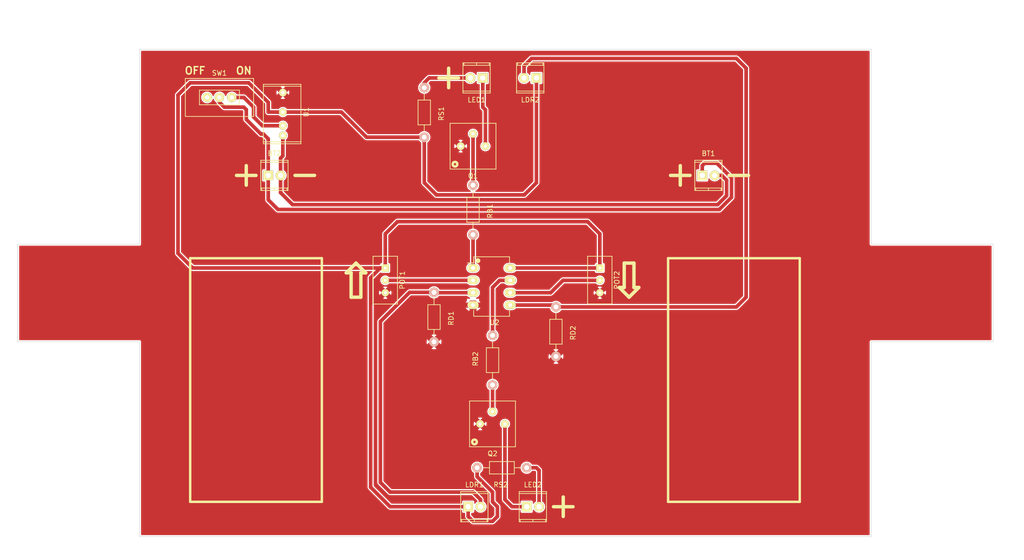
<source format=kicad_pcb>
(kicad_pcb (version 4) (host pcbnew 4.0.2+dfsg1-stable)

  (general
    (links 33)
    (no_connects 0)
    (area 40 35 250.000001 150.000001)
    (thickness 1.6)
    (drawings 46)
    (tracks 109)
    (zones 0)
    (modules 19)
    (nets 19)
  )

  (page A4)
  (layers
    (0 F.Cu signal)
    (31 B.Cu signal)
    (32 B.Adhes user)
    (33 F.Adhes user)
    (34 B.Paste user)
    (35 F.Paste user)
    (36 B.SilkS user)
    (37 F.SilkS user)
    (38 B.Mask user)
    (39 F.Mask user)
    (40 Dwgs.User user)
    (41 Cmts.User user)
    (42 Eco1.User user)
    (43 Eco2.User user)
    (44 Edge.Cuts user)
    (45 Margin user)
    (46 B.CrtYd user)
    (47 F.CrtYd user)
    (48 B.Fab user)
    (49 F.Fab user)
  )

  (setup
    (last_trace_width 0.75)
    (user_trace_width 0.5)
    (user_trace_width 0.75)
    (trace_clearance 0.2)
    (zone_clearance 0.25)
    (zone_45_only no)
    (trace_min 0.2)
    (segment_width 0.2)
    (edge_width 0.15)
    (via_size 0.6)
    (via_drill 0.4)
    (via_min_size 0.4)
    (via_min_drill 0.3)
    (uvia_size 0.3)
    (uvia_drill 0.1)
    (uvias_allowed no)
    (uvia_min_size 0.2)
    (uvia_min_drill 0.1)
    (pcb_text_width 0.3)
    (pcb_text_size 1.5 1.5)
    (mod_edge_width 0.15)
    (mod_text_size 1 1)
    (mod_text_width 0.15)
    (pad_size 1.524 1.524)
    (pad_drill 0.762)
    (pad_to_mask_clearance 0.2)
    (aux_axis_origin 0 0)
    (visible_elements FFFFFF7F)
    (pcbplotparams
      (layerselection 0x00030_80000001)
      (usegerberextensions false)
      (excludeedgelayer true)
      (linewidth 0.100000)
      (plotframeref false)
      (viasonmask false)
      (mode 1)
      (useauxorigin false)
      (hpglpennumber 1)
      (hpglpenspeed 20)
      (hpglpendiameter 15)
      (hpglpenoverlay 2)
      (psnegative false)
      (psa4output false)
      (plotreference true)
      (plotvalue true)
      (plotinvisibletext false)
      (padsonsilk false)
      (subtractmaskfromsilk false)
      (outputformat 1)
      (mirror false)
      (drillshape 1)
      (scaleselection 1)
      (outputdirectory ""))
  )

  (net 0 "")
  (net 1 "Net-(BT1-Pad2)")
  (net 2 "Net-(BT1-Pad1)")
  (net 3 "Net-(Q1-Pad2)")
  (net 4 "Net-(Q2-Pad2)")
  (net 5 "Net-(SW1-Pad1)")
  (net 6 "Net-(SW1-Pad3)")
  (net 7 GND)
  (net 8 "Net-(LDR1-Pad2)")
  (net 9 "Net-(LDR1-Pad1)")
  (net 10 "Net-(LDR2-Pad2)")
  (net 11 "Net-(LED1-Pad2)")
  (net 12 "Net-(LED1-Pad1)")
  (net 13 "Net-(LED2-Pad2)")
  (net 14 "Net-(LED2-Pad1)")
  (net 15 "Net-(POT1-Pad2)")
  (net 16 "Net-(POT2-Pad2)")
  (net 17 "Net-(RB1-Pad2)")
  (net 18 "Net-(RB2-Pad2)")

  (net_class Default "This is the default net class."
    (clearance 0.2)
    (trace_width 0.25)
    (via_dia 0.6)
    (via_drill 0.4)
    (uvia_dia 0.3)
    (uvia_drill 0.1)
    (add_net GND)
    (add_net "Net-(BT1-Pad1)")
    (add_net "Net-(BT1-Pad2)")
    (add_net "Net-(LDR1-Pad1)")
    (add_net "Net-(LDR1-Pad2)")
    (add_net "Net-(LDR2-Pad2)")
    (add_net "Net-(LED1-Pad1)")
    (add_net "Net-(LED1-Pad2)")
    (add_net "Net-(LED2-Pad1)")
    (add_net "Net-(LED2-Pad2)")
    (add_net "Net-(POT1-Pad2)")
    (add_net "Net-(POT2-Pad2)")
    (add_net "Net-(Q1-Pad2)")
    (add_net "Net-(Q2-Pad2)")
    (add_net "Net-(RB1-Pad2)")
    (add_net "Net-(RB2-Pad2)")
    (add_net "Net-(SW1-Pad1)")
    (add_net "Net-(SW1-Pad3)")
  )

  (module optojig-footprints:TerminalBlock_Buchanan_2way (layer F.Cu) (tedit 5AFC4D17) (tstamp 5AFE8F81)
    (at 184 71)
    (descr "2-way 2.54mm pitch terminal block, Phoenix MPT series")
    (path /5AF87C1E)
    (fp_text reference BT1 (at 1.27 -4.50088) (layer F.SilkS)
      (effects (font (size 1 1) (thickness 0.15)))
    )
    (fp_text value Battery_Cell (at 1.27 4.50088) (layer F.Fab)
      (effects (font (size 1 1) (thickness 0.15)))
    )
    (fp_line (start -1.7 -3.3) (end 4.3 -3.3) (layer F.CrtYd) (width 0.05))
    (fp_line (start -1.7 3.3) (end -1.7 -3.3) (layer F.CrtYd) (width 0.05))
    (fp_line (start 4.3 3.3) (end -1.7 3.3) (layer F.CrtYd) (width 0.05))
    (fp_line (start 4.3 -3.3) (end 4.3 3.3) (layer F.CrtYd) (width 0.05))
    (fp_line (start 4.06908 2.60096) (end -1.52908 2.60096) (layer F.SilkS) (width 0.15))
    (fp_line (start -1.33096 3.0988) (end -1.33096 2.60096) (layer F.SilkS) (width 0.15))
    (fp_line (start 3.87096 2.60096) (end 3.87096 3.0988) (layer F.SilkS) (width 0.15))
    (fp_line (start 1.27 3.0988) (end 1.27 2.60096) (layer F.SilkS) (width 0.15))
    (fp_line (start -1.52908 -2.70002) (end 4.06908 -2.70002) (layer F.SilkS) (width 0.15))
    (fp_line (start -1.52908 3.0988) (end 4.06908 3.0988) (layer F.SilkS) (width 0.15))
    (fp_line (start 4.06908 3.0988) (end 4.06908 -3.0988) (layer F.SilkS) (width 0.15))
    (fp_line (start 4.06908 -3.0988) (end -1.52908 -3.0988) (layer F.SilkS) (width 0.15))
    (fp_line (start -1.52908 -3.0988) (end -1.52908 3.0988) (layer F.SilkS) (width 0.15))
    (pad 2 thru_hole oval (at 2.54 0) (size 1.99898 1.99898) (drill 1.09728) (layers *.Cu *.Mask F.SilkS)
      (net 1 "Net-(BT1-Pad2)"))
    (pad 1 thru_hole rect (at 0 0) (size 1.99898 1.99898) (drill 1.09728) (layers *.Cu *.Mask F.SilkS)
      (net 2 "Net-(BT1-Pad1)"))
    (model Terminal_Blocks.3dshapes/TerminalBlock_Pheonix_MPT-2.54mm_2pol.wrl
      (at (xyz 0.05 0 0))
      (scale (xyz 1 1 1))
      (rotate (xyz 0 0 0))
    )
  )

  (module optojig-footprints:TerminalBlock_Buchanan_2way (layer F.Cu) (tedit 5AFC4D17) (tstamp 5AFE8F94)
    (at 95 71)
    (descr "2-way 2.54mm pitch terminal block, Phoenix MPT series")
    (path /5AFEBC2F)
    (fp_text reference BT2 (at 1.27 -4.50088) (layer F.SilkS)
      (effects (font (size 1 1) (thickness 0.15)))
    )
    (fp_text value Battery_Cell (at 1.27 4.50088) (layer F.Fab)
      (effects (font (size 1 1) (thickness 0.15)))
    )
    (fp_line (start -1.7 -3.3) (end 4.3 -3.3) (layer F.CrtYd) (width 0.05))
    (fp_line (start -1.7 3.3) (end -1.7 -3.3) (layer F.CrtYd) (width 0.05))
    (fp_line (start 4.3 3.3) (end -1.7 3.3) (layer F.CrtYd) (width 0.05))
    (fp_line (start 4.3 -3.3) (end 4.3 3.3) (layer F.CrtYd) (width 0.05))
    (fp_line (start 4.06908 2.60096) (end -1.52908 2.60096) (layer F.SilkS) (width 0.15))
    (fp_line (start -1.33096 3.0988) (end -1.33096 2.60096) (layer F.SilkS) (width 0.15))
    (fp_line (start 3.87096 2.60096) (end 3.87096 3.0988) (layer F.SilkS) (width 0.15))
    (fp_line (start 1.27 3.0988) (end 1.27 2.60096) (layer F.SilkS) (width 0.15))
    (fp_line (start -1.52908 -2.70002) (end 4.06908 -2.70002) (layer F.SilkS) (width 0.15))
    (fp_line (start -1.52908 3.0988) (end 4.06908 3.0988) (layer F.SilkS) (width 0.15))
    (fp_line (start 4.06908 3.0988) (end 4.06908 -3.0988) (layer F.SilkS) (width 0.15))
    (fp_line (start 4.06908 -3.0988) (end -1.52908 -3.0988) (layer F.SilkS) (width 0.15))
    (fp_line (start -1.52908 -3.0988) (end -1.52908 3.0988) (layer F.SilkS) (width 0.15))
    (pad 2 thru_hole oval (at 2.54 0) (size 1.99898 1.99898) (drill 1.09728) (layers *.Cu *.Mask F.SilkS)
      (net 1 "Net-(BT1-Pad2)"))
    (pad 1 thru_hole rect (at 0 0) (size 1.99898 1.99898) (drill 1.09728) (layers *.Cu *.Mask F.SilkS)
      (net 2 "Net-(BT1-Pad1)"))
    (model Terminal_Blocks.3dshapes/TerminalBlock_Pheonix_MPT-2.54mm_2pol.wrl
      (at (xyz 0.05 0 0))
      (scale (xyz 1 1 1))
      (rotate (xyz 0 0 0))
    )
  )

  (module optojig-footprints:TerminalBlock_Buchanan_2way (layer F.Cu) (tedit 5AFC4D17) (tstamp 5AFE8FAD)
    (at 136 139)
    (descr "2-way 2.54mm pitch terminal block, Phoenix MPT series")
    (path /5AF8784F)
    (fp_text reference LDR1 (at 1.27 -4.50088) (layer F.SilkS)
      (effects (font (size 1 1) (thickness 0.15)))
    )
    (fp_text value LDR03 (at 1.27 4.50088) (layer F.Fab)
      (effects (font (size 1 1) (thickness 0.15)))
    )
    (fp_line (start -1.7 -3.3) (end 4.3 -3.3) (layer F.CrtYd) (width 0.05))
    (fp_line (start -1.7 3.3) (end -1.7 -3.3) (layer F.CrtYd) (width 0.05))
    (fp_line (start 4.3 3.3) (end -1.7 3.3) (layer F.CrtYd) (width 0.05))
    (fp_line (start 4.3 -3.3) (end 4.3 3.3) (layer F.CrtYd) (width 0.05))
    (fp_line (start 4.06908 2.60096) (end -1.52908 2.60096) (layer F.SilkS) (width 0.15))
    (fp_line (start -1.33096 3.0988) (end -1.33096 2.60096) (layer F.SilkS) (width 0.15))
    (fp_line (start 3.87096 2.60096) (end 3.87096 3.0988) (layer F.SilkS) (width 0.15))
    (fp_line (start 1.27 3.0988) (end 1.27 2.60096) (layer F.SilkS) (width 0.15))
    (fp_line (start -1.52908 -2.70002) (end 4.06908 -2.70002) (layer F.SilkS) (width 0.15))
    (fp_line (start -1.52908 3.0988) (end 4.06908 3.0988) (layer F.SilkS) (width 0.15))
    (fp_line (start 4.06908 3.0988) (end 4.06908 -3.0988) (layer F.SilkS) (width 0.15))
    (fp_line (start 4.06908 -3.0988) (end -1.52908 -3.0988) (layer F.SilkS) (width 0.15))
    (fp_line (start -1.52908 -3.0988) (end -1.52908 3.0988) (layer F.SilkS) (width 0.15))
    (pad 2 thru_hole oval (at 2.54 0) (size 1.99898 1.99898) (drill 1.09728) (layers *.Cu *.Mask F.SilkS)
      (net 8 "Net-(LDR1-Pad2)"))
    (pad 1 thru_hole rect (at 0 0) (size 1.99898 1.99898) (drill 1.09728) (layers *.Cu *.Mask F.SilkS)
      (net 9 "Net-(LDR1-Pad1)"))
    (model Terminal_Blocks.3dshapes/TerminalBlock_Pheonix_MPT-2.54mm_2pol.wrl
      (at (xyz 0.05 0 0))
      (scale (xyz 1 1 1))
      (rotate (xyz 0 0 0))
    )
  )

  (module optojig-footprints:TerminalBlock_Buchanan_2way (layer F.Cu) (tedit 5AFC4D17) (tstamp 5AFE8FC0)
    (at 150 51 180)
    (descr "2-way 2.54mm pitch terminal block, Phoenix MPT series")
    (path /5AF88644)
    (fp_text reference LDR2 (at 1.27 -4.50088 180) (layer F.SilkS)
      (effects (font (size 1 1) (thickness 0.15)))
    )
    (fp_text value LDR03 (at 1.27 4.50088 180) (layer F.Fab)
      (effects (font (size 1 1) (thickness 0.15)))
    )
    (fp_line (start -1.7 -3.3) (end 4.3 -3.3) (layer F.CrtYd) (width 0.05))
    (fp_line (start -1.7 3.3) (end -1.7 -3.3) (layer F.CrtYd) (width 0.05))
    (fp_line (start 4.3 3.3) (end -1.7 3.3) (layer F.CrtYd) (width 0.05))
    (fp_line (start 4.3 -3.3) (end 4.3 3.3) (layer F.CrtYd) (width 0.05))
    (fp_line (start 4.06908 2.60096) (end -1.52908 2.60096) (layer F.SilkS) (width 0.15))
    (fp_line (start -1.33096 3.0988) (end -1.33096 2.60096) (layer F.SilkS) (width 0.15))
    (fp_line (start 3.87096 2.60096) (end 3.87096 3.0988) (layer F.SilkS) (width 0.15))
    (fp_line (start 1.27 3.0988) (end 1.27 2.60096) (layer F.SilkS) (width 0.15))
    (fp_line (start -1.52908 -2.70002) (end 4.06908 -2.70002) (layer F.SilkS) (width 0.15))
    (fp_line (start -1.52908 3.0988) (end 4.06908 3.0988) (layer F.SilkS) (width 0.15))
    (fp_line (start 4.06908 3.0988) (end 4.06908 -3.0988) (layer F.SilkS) (width 0.15))
    (fp_line (start 4.06908 -3.0988) (end -1.52908 -3.0988) (layer F.SilkS) (width 0.15))
    (fp_line (start -1.52908 -3.0988) (end -1.52908 3.0988) (layer F.SilkS) (width 0.15))
    (pad 2 thru_hole oval (at 2.54 0 180) (size 1.99898 1.99898) (drill 1.09728) (layers *.Cu *.Mask F.SilkS)
      (net 10 "Net-(LDR2-Pad2)"))
    (pad 1 thru_hole rect (at 0 0 180) (size 1.99898 1.99898) (drill 1.09728) (layers *.Cu *.Mask F.SilkS)
      (net 9 "Net-(LDR1-Pad1)"))
    (model Terminal_Blocks.3dshapes/TerminalBlock_Pheonix_MPT-2.54mm_2pol.wrl
      (at (xyz 0.05 0 0))
      (scale (xyz 1 1 1))
      (rotate (xyz 0 0 0))
    )
  )

  (module optojig-footprints:TerminalBlock_Buchanan_2way (layer F.Cu) (tedit 5AFC4D17) (tstamp 5AFE8FD3)
    (at 139 51 180)
    (descr "2-way 2.54mm pitch terminal block, Phoenix MPT series")
    (path /5AFB1731)
    (fp_text reference LED1 (at 1.27 -4.50088 180) (layer F.SilkS)
      (effects (font (size 1 1) (thickness 0.15)))
    )
    (fp_text value LED (at 1.27 4.50088 180) (layer F.Fab)
      (effects (font (size 1 1) (thickness 0.15)))
    )
    (fp_line (start -1.7 -3.3) (end 4.3 -3.3) (layer F.CrtYd) (width 0.05))
    (fp_line (start -1.7 3.3) (end -1.7 -3.3) (layer F.CrtYd) (width 0.05))
    (fp_line (start 4.3 3.3) (end -1.7 3.3) (layer F.CrtYd) (width 0.05))
    (fp_line (start 4.3 -3.3) (end 4.3 3.3) (layer F.CrtYd) (width 0.05))
    (fp_line (start 4.06908 2.60096) (end -1.52908 2.60096) (layer F.SilkS) (width 0.15))
    (fp_line (start -1.33096 3.0988) (end -1.33096 2.60096) (layer F.SilkS) (width 0.15))
    (fp_line (start 3.87096 2.60096) (end 3.87096 3.0988) (layer F.SilkS) (width 0.15))
    (fp_line (start 1.27 3.0988) (end 1.27 2.60096) (layer F.SilkS) (width 0.15))
    (fp_line (start -1.52908 -2.70002) (end 4.06908 -2.70002) (layer F.SilkS) (width 0.15))
    (fp_line (start -1.52908 3.0988) (end 4.06908 3.0988) (layer F.SilkS) (width 0.15))
    (fp_line (start 4.06908 3.0988) (end 4.06908 -3.0988) (layer F.SilkS) (width 0.15))
    (fp_line (start 4.06908 -3.0988) (end -1.52908 -3.0988) (layer F.SilkS) (width 0.15))
    (fp_line (start -1.52908 -3.0988) (end -1.52908 3.0988) (layer F.SilkS) (width 0.15))
    (pad 2 thru_hole oval (at 2.54 0 180) (size 1.99898 1.99898) (drill 1.09728) (layers *.Cu *.Mask F.SilkS)
      (net 11 "Net-(LED1-Pad2)"))
    (pad 1 thru_hole rect (at 0 0 180) (size 1.99898 1.99898) (drill 1.09728) (layers *.Cu *.Mask F.SilkS)
      (net 12 "Net-(LED1-Pad1)"))
    (model Terminal_Blocks.3dshapes/TerminalBlock_Pheonix_MPT-2.54mm_2pol.wrl
      (at (xyz 0.05 0 0))
      (scale (xyz 1 1 1))
      (rotate (xyz 0 0 0))
    )
  )

  (module optojig-footprints:TerminalBlock_Buchanan_2way (layer F.Cu) (tedit 5AFC4D17) (tstamp 5AFE8FE6)
    (at 148 139)
    (descr "2-way 2.54mm pitch terminal block, Phoenix MPT series")
    (path /5AF87A5A)
    (fp_text reference LED2 (at 1.27 -4.50088) (layer F.SilkS)
      (effects (font (size 1 1) (thickness 0.15)))
    )
    (fp_text value LED2 (at 1.27 4.50088) (layer F.Fab)
      (effects (font (size 1 1) (thickness 0.15)))
    )
    (fp_line (start -1.7 -3.3) (end 4.3 -3.3) (layer F.CrtYd) (width 0.05))
    (fp_line (start -1.7 3.3) (end -1.7 -3.3) (layer F.CrtYd) (width 0.05))
    (fp_line (start 4.3 3.3) (end -1.7 3.3) (layer F.CrtYd) (width 0.05))
    (fp_line (start 4.3 -3.3) (end 4.3 3.3) (layer F.CrtYd) (width 0.05))
    (fp_line (start 4.06908 2.60096) (end -1.52908 2.60096) (layer F.SilkS) (width 0.15))
    (fp_line (start -1.33096 3.0988) (end -1.33096 2.60096) (layer F.SilkS) (width 0.15))
    (fp_line (start 3.87096 2.60096) (end 3.87096 3.0988) (layer F.SilkS) (width 0.15))
    (fp_line (start 1.27 3.0988) (end 1.27 2.60096) (layer F.SilkS) (width 0.15))
    (fp_line (start -1.52908 -2.70002) (end 4.06908 -2.70002) (layer F.SilkS) (width 0.15))
    (fp_line (start -1.52908 3.0988) (end 4.06908 3.0988) (layer F.SilkS) (width 0.15))
    (fp_line (start 4.06908 3.0988) (end 4.06908 -3.0988) (layer F.SilkS) (width 0.15))
    (fp_line (start 4.06908 -3.0988) (end -1.52908 -3.0988) (layer F.SilkS) (width 0.15))
    (fp_line (start -1.52908 -3.0988) (end -1.52908 3.0988) (layer F.SilkS) (width 0.15))
    (pad 2 thru_hole oval (at 2.54 0) (size 1.99898 1.99898) (drill 1.09728) (layers *.Cu *.Mask F.SilkS)
      (net 13 "Net-(LED2-Pad2)"))
    (pad 1 thru_hole rect (at 0 0) (size 1.99898 1.99898) (drill 1.09728) (layers *.Cu *.Mask F.SilkS)
      (net 14 "Net-(LED2-Pad1)"))
    (model Terminal_Blocks.3dshapes/TerminalBlock_Pheonix_MPT-2.54mm_2pol.wrl
      (at (xyz 0.05 0 0))
      (scale (xyz 1 1 1))
      (rotate (xyz 0 0 0))
    )
  )

  (module optojig-footprints:TO-39 (layer F.Cu) (tedit 5AFD3FF7) (tstamp 5AFE9008)
    (at 137 65)
    (path /5AFD3DB0)
    (fp_text reference Q1 (at 0 6.1) (layer F.SilkS)
      (effects (font (size 1 1) (thickness 0.15)))
    )
    (fp_text value 2N2219 (at 0.1 -5.9) (layer F.Fab)
      (effects (font (size 1 1) (thickness 0.15)))
    )
    (fp_circle (center -3.7 3.7) (end -3.6 3.9) (layer F.SilkS) (width 0.5))
    (fp_line (start 4.7 -4.7) (end 4.7 4.7) (layer F.SilkS) (width 0.15))
    (fp_line (start 4.7 4.7) (end -4.7 4.7) (layer F.SilkS) (width 0.15))
    (fp_line (start -4.7 4.7) (end -4.7 -4.7) (layer F.SilkS) (width 0.15))
    (fp_line (start -4.7 -4.7) (end 4.7 -4.7) (layer F.SilkS) (width 0.15))
    (pad 1 thru_hole circle (at -2.54 0) (size 1.6 1.6) (drill 0.7) (layers *.Cu *.Mask F.SilkS)
      (net 7 GND))
    (pad 2 thru_hole circle (at 0 -2.54) (size 1.6 1.6) (drill 0.7) (layers *.Cu *.Mask F.SilkS)
      (net 3 "Net-(Q1-Pad2)"))
    (pad 3 thru_hole circle (at 2.54 0) (size 1.6 1.6) (drill 0.7) (layers *.Cu *.Mask F.SilkS)
      (net 12 "Net-(LED1-Pad1)"))
  )

  (module optojig-footprints:TO-39 (layer F.Cu) (tedit 5AFD3FF7) (tstamp 5AFE9014)
    (at 141 122)
    (path /5AFD3E31)
    (fp_text reference Q2 (at 0 6.1) (layer F.SilkS)
      (effects (font (size 1 1) (thickness 0.15)))
    )
    (fp_text value 2N2219 (at 0.1 -5.9) (layer F.Fab)
      (effects (font (size 1 1) (thickness 0.15)))
    )
    (fp_circle (center -3.7 3.7) (end -3.6 3.9) (layer F.SilkS) (width 0.5))
    (fp_line (start 4.7 -4.7) (end 4.7 4.7) (layer F.SilkS) (width 0.15))
    (fp_line (start 4.7 4.7) (end -4.7 4.7) (layer F.SilkS) (width 0.15))
    (fp_line (start -4.7 4.7) (end -4.7 -4.7) (layer F.SilkS) (width 0.15))
    (fp_line (start -4.7 -4.7) (end 4.7 -4.7) (layer F.SilkS) (width 0.15))
    (pad 1 thru_hole circle (at -2.54 0) (size 1.6 1.6) (drill 0.7) (layers *.Cu *.Mask F.SilkS)
      (net 7 GND))
    (pad 2 thru_hole circle (at 0 -2.54) (size 1.6 1.6) (drill 0.7) (layers *.Cu *.Mask F.SilkS)
      (net 4 "Net-(Q2-Pad2)"))
    (pad 3 thru_hole circle (at 2.54 0) (size 1.6 1.6) (drill 0.7) (layers *.Cu *.Mask F.SilkS)
      (net 14 "Net-(LED2-Pad1)"))
  )

  (module Resistors_ThroughHole:Resistor_Horizontal_RM10mm (layer F.Cu) (tedit 56648415) (tstamp 5AFE901A)
    (at 137 73 270)
    (descr "Resistor, Axial,  RM 10mm, 1/3W")
    (tags "Resistor Axial RM 10mm 1/3W")
    (path /5AFB172B)
    (fp_text reference RB1 (at 5.32892 -3.50012 270) (layer F.SilkS)
      (effects (font (size 1 1) (thickness 0.15)))
    )
    (fp_text value 1k (at 5.08 3.81 270) (layer F.Fab)
      (effects (font (size 1 1) (thickness 0.15)))
    )
    (fp_line (start -1.25 -1.5) (end 11.4 -1.5) (layer F.CrtYd) (width 0.05))
    (fp_line (start -1.25 1.5) (end -1.25 -1.5) (layer F.CrtYd) (width 0.05))
    (fp_line (start 11.4 -1.5) (end 11.4 1.5) (layer F.CrtYd) (width 0.05))
    (fp_line (start -1.25 1.5) (end 11.4 1.5) (layer F.CrtYd) (width 0.05))
    (fp_line (start 2.54 -1.27) (end 7.62 -1.27) (layer F.SilkS) (width 0.15))
    (fp_line (start 7.62 -1.27) (end 7.62 1.27) (layer F.SilkS) (width 0.15))
    (fp_line (start 7.62 1.27) (end 2.54 1.27) (layer F.SilkS) (width 0.15))
    (fp_line (start 2.54 1.27) (end 2.54 -1.27) (layer F.SilkS) (width 0.15))
    (fp_line (start 2.54 0) (end 1.27 0) (layer F.SilkS) (width 0.15))
    (fp_line (start 7.62 0) (end 8.89 0) (layer F.SilkS) (width 0.15))
    (pad 1 thru_hole circle (at 0 0 270) (size 1.99898 1.99898) (drill 1.00076) (layers *.Cu *.SilkS *.Mask)
      (net 3 "Net-(Q1-Pad2)"))
    (pad 2 thru_hole circle (at 10.16 0 270) (size 1.99898 1.99898) (drill 1.00076) (layers *.Cu *.SilkS *.Mask)
      (net 17 "Net-(RB1-Pad2)"))
    (model Resistors_ThroughHole.3dshapes/Resistor_Horizontal_RM10mm.wrl
      (at (xyz 0 0 0))
      (scale (xyz 0.4 0.4 0.4))
      (rotate (xyz 0 0 0))
    )
  )

  (module Resistors_ThroughHole:Resistor_Horizontal_RM10mm (layer F.Cu) (tedit 56648415) (tstamp 5AFE9020)
    (at 141 114 90)
    (descr "Resistor, Axial,  RM 10mm, 1/3W")
    (tags "Resistor Axial RM 10mm 1/3W")
    (path /5AF879E1)
    (fp_text reference RB2 (at 5.32892 -3.50012 90) (layer F.SilkS)
      (effects (font (size 1 1) (thickness 0.15)))
    )
    (fp_text value 1k (at 5.08 3.81 90) (layer F.Fab)
      (effects (font (size 1 1) (thickness 0.15)))
    )
    (fp_line (start -1.25 -1.5) (end 11.4 -1.5) (layer F.CrtYd) (width 0.05))
    (fp_line (start -1.25 1.5) (end -1.25 -1.5) (layer F.CrtYd) (width 0.05))
    (fp_line (start 11.4 -1.5) (end 11.4 1.5) (layer F.CrtYd) (width 0.05))
    (fp_line (start -1.25 1.5) (end 11.4 1.5) (layer F.CrtYd) (width 0.05))
    (fp_line (start 2.54 -1.27) (end 7.62 -1.27) (layer F.SilkS) (width 0.15))
    (fp_line (start 7.62 -1.27) (end 7.62 1.27) (layer F.SilkS) (width 0.15))
    (fp_line (start 7.62 1.27) (end 2.54 1.27) (layer F.SilkS) (width 0.15))
    (fp_line (start 2.54 1.27) (end 2.54 -1.27) (layer F.SilkS) (width 0.15))
    (fp_line (start 2.54 0) (end 1.27 0) (layer F.SilkS) (width 0.15))
    (fp_line (start 7.62 0) (end 8.89 0) (layer F.SilkS) (width 0.15))
    (pad 1 thru_hole circle (at 0 0 90) (size 1.99898 1.99898) (drill 1.00076) (layers *.Cu *.SilkS *.Mask)
      (net 4 "Net-(Q2-Pad2)"))
    (pad 2 thru_hole circle (at 10.16 0 90) (size 1.99898 1.99898) (drill 1.00076) (layers *.Cu *.SilkS *.Mask)
      (net 18 "Net-(RB2-Pad2)"))
    (model Resistors_ThroughHole.3dshapes/Resistor_Horizontal_RM10mm.wrl
      (at (xyz 0 0 0))
      (scale (xyz 0.4 0.4 0.4))
      (rotate (xyz 0 0 0))
    )
  )

  (module Resistors_ThroughHole:Resistor_Horizontal_RM10mm (layer F.Cu) (tedit 56648415) (tstamp 5AFE9026)
    (at 129 95 270)
    (descr "Resistor, Axial,  RM 10mm, 1/3W")
    (tags "Resistor Axial RM 10mm 1/3W")
    (path /5AF877B1)
    (fp_text reference RD1 (at 5.32892 -3.50012 270) (layer F.SilkS)
      (effects (font (size 1 1) (thickness 0.15)))
    )
    (fp_text value 680R (at 5.08 3.81 270) (layer F.Fab)
      (effects (font (size 1 1) (thickness 0.15)))
    )
    (fp_line (start -1.25 -1.5) (end 11.4 -1.5) (layer F.CrtYd) (width 0.05))
    (fp_line (start -1.25 1.5) (end -1.25 -1.5) (layer F.CrtYd) (width 0.05))
    (fp_line (start 11.4 -1.5) (end 11.4 1.5) (layer F.CrtYd) (width 0.05))
    (fp_line (start -1.25 1.5) (end 11.4 1.5) (layer F.CrtYd) (width 0.05))
    (fp_line (start 2.54 -1.27) (end 7.62 -1.27) (layer F.SilkS) (width 0.15))
    (fp_line (start 7.62 -1.27) (end 7.62 1.27) (layer F.SilkS) (width 0.15))
    (fp_line (start 7.62 1.27) (end 2.54 1.27) (layer F.SilkS) (width 0.15))
    (fp_line (start 2.54 1.27) (end 2.54 -1.27) (layer F.SilkS) (width 0.15))
    (fp_line (start 2.54 0) (end 1.27 0) (layer F.SilkS) (width 0.15))
    (fp_line (start 7.62 0) (end 8.89 0) (layer F.SilkS) (width 0.15))
    (pad 1 thru_hole circle (at 0 0 270) (size 1.99898 1.99898) (drill 1.00076) (layers *.Cu *.SilkS *.Mask)
      (net 8 "Net-(LDR1-Pad2)"))
    (pad 2 thru_hole circle (at 10.16 0 270) (size 1.99898 1.99898) (drill 1.00076) (layers *.Cu *.SilkS *.Mask)
      (net 7 GND))
    (model Resistors_ThroughHole.3dshapes/Resistor_Horizontal_RM10mm.wrl
      (at (xyz 0 0 0))
      (scale (xyz 0.4 0.4 0.4))
      (rotate (xyz 0 0 0))
    )
  )

  (module Resistors_ThroughHole:Resistor_Horizontal_RM10mm (layer F.Cu) (tedit 56648415) (tstamp 5AFE902C)
    (at 154 98 270)
    (descr "Resistor, Axial,  RM 10mm, 1/3W")
    (tags "Resistor Axial RM 10mm 1/3W")
    (path /5AF8863E)
    (fp_text reference RD2 (at 5.32892 -3.50012 270) (layer F.SilkS)
      (effects (font (size 1 1) (thickness 0.15)))
    )
    (fp_text value 680R (at 5.08 3.81 270) (layer F.Fab)
      (effects (font (size 1 1) (thickness 0.15)))
    )
    (fp_line (start -1.25 -1.5) (end 11.4 -1.5) (layer F.CrtYd) (width 0.05))
    (fp_line (start -1.25 1.5) (end -1.25 -1.5) (layer F.CrtYd) (width 0.05))
    (fp_line (start 11.4 -1.5) (end 11.4 1.5) (layer F.CrtYd) (width 0.05))
    (fp_line (start -1.25 1.5) (end 11.4 1.5) (layer F.CrtYd) (width 0.05))
    (fp_line (start 2.54 -1.27) (end 7.62 -1.27) (layer F.SilkS) (width 0.15))
    (fp_line (start 7.62 -1.27) (end 7.62 1.27) (layer F.SilkS) (width 0.15))
    (fp_line (start 7.62 1.27) (end 2.54 1.27) (layer F.SilkS) (width 0.15))
    (fp_line (start 2.54 1.27) (end 2.54 -1.27) (layer F.SilkS) (width 0.15))
    (fp_line (start 2.54 0) (end 1.27 0) (layer F.SilkS) (width 0.15))
    (fp_line (start 7.62 0) (end 8.89 0) (layer F.SilkS) (width 0.15))
    (pad 1 thru_hole circle (at 0 0 270) (size 1.99898 1.99898) (drill 1.00076) (layers *.Cu *.SilkS *.Mask)
      (net 10 "Net-(LDR2-Pad2)"))
    (pad 2 thru_hole circle (at 10.16 0 270) (size 1.99898 1.99898) (drill 1.00076) (layers *.Cu *.SilkS *.Mask)
      (net 7 GND))
    (model Resistors_ThroughHole.3dshapes/Resistor_Horizontal_RM10mm.wrl
      (at (xyz 0 0 0))
      (scale (xyz 0.4 0.4 0.4))
      (rotate (xyz 0 0 0))
    )
  )

  (module Resistors_ThroughHole:Resistor_Horizontal_RM10mm (layer F.Cu) (tedit 56648415) (tstamp 5AFE9032)
    (at 127 53 270)
    (descr "Resistor, Axial,  RM 10mm, 1/3W")
    (tags "Resistor Axial RM 10mm 1/3W")
    (path /5AFE965E)
    (fp_text reference RS1 (at 5.32892 -3.50012 270) (layer F.SilkS)
      (effects (font (size 1 1) (thickness 0.15)))
    )
    (fp_text value 1k (at 5.08 3.81 270) (layer F.Fab)
      (effects (font (size 1 1) (thickness 0.15)))
    )
    (fp_line (start -1.25 -1.5) (end 11.4 -1.5) (layer F.CrtYd) (width 0.05))
    (fp_line (start -1.25 1.5) (end -1.25 -1.5) (layer F.CrtYd) (width 0.05))
    (fp_line (start 11.4 -1.5) (end 11.4 1.5) (layer F.CrtYd) (width 0.05))
    (fp_line (start -1.25 1.5) (end 11.4 1.5) (layer F.CrtYd) (width 0.05))
    (fp_line (start 2.54 -1.27) (end 7.62 -1.27) (layer F.SilkS) (width 0.15))
    (fp_line (start 7.62 -1.27) (end 7.62 1.27) (layer F.SilkS) (width 0.15))
    (fp_line (start 7.62 1.27) (end 2.54 1.27) (layer F.SilkS) (width 0.15))
    (fp_line (start 2.54 1.27) (end 2.54 -1.27) (layer F.SilkS) (width 0.15))
    (fp_line (start 2.54 0) (end 1.27 0) (layer F.SilkS) (width 0.15))
    (fp_line (start 7.62 0) (end 8.89 0) (layer F.SilkS) (width 0.15))
    (pad 1 thru_hole circle (at 0 0 270) (size 1.99898 1.99898) (drill 1.00076) (layers *.Cu *.SilkS *.Mask)
      (net 11 "Net-(LED1-Pad2)"))
    (pad 2 thru_hole circle (at 10.16 0 270) (size 1.99898 1.99898) (drill 1.00076) (layers *.Cu *.SilkS *.Mask)
      (net 9 "Net-(LDR1-Pad1)"))
    (model Resistors_ThroughHole.3dshapes/Resistor_Horizontal_RM10mm.wrl
      (at (xyz 0 0 0))
      (scale (xyz 0.4 0.4 0.4))
      (rotate (xyz 0 0 0))
    )
  )

  (module Resistors_ThroughHole:Resistor_Horizontal_RM10mm (layer F.Cu) (tedit 56648415) (tstamp 5AFE9038)
    (at 148 131 180)
    (descr "Resistor, Axial,  RM 10mm, 1/3W")
    (tags "Resistor Axial RM 10mm 1/3W")
    (path /5AFE985F)
    (fp_text reference RS2 (at 5.32892 -3.50012 180) (layer F.SilkS)
      (effects (font (size 1 1) (thickness 0.15)))
    )
    (fp_text value 1k (at 5.08 3.81 180) (layer F.Fab)
      (effects (font (size 1 1) (thickness 0.15)))
    )
    (fp_line (start -1.25 -1.5) (end 11.4 -1.5) (layer F.CrtYd) (width 0.05))
    (fp_line (start -1.25 1.5) (end -1.25 -1.5) (layer F.CrtYd) (width 0.05))
    (fp_line (start 11.4 -1.5) (end 11.4 1.5) (layer F.CrtYd) (width 0.05))
    (fp_line (start -1.25 1.5) (end 11.4 1.5) (layer F.CrtYd) (width 0.05))
    (fp_line (start 2.54 -1.27) (end 7.62 -1.27) (layer F.SilkS) (width 0.15))
    (fp_line (start 7.62 -1.27) (end 7.62 1.27) (layer F.SilkS) (width 0.15))
    (fp_line (start 7.62 1.27) (end 2.54 1.27) (layer F.SilkS) (width 0.15))
    (fp_line (start 2.54 1.27) (end 2.54 -1.27) (layer F.SilkS) (width 0.15))
    (fp_line (start 2.54 0) (end 1.27 0) (layer F.SilkS) (width 0.15))
    (fp_line (start 7.62 0) (end 8.89 0) (layer F.SilkS) (width 0.15))
    (pad 1 thru_hole circle (at 0 0 180) (size 1.99898 1.99898) (drill 1.00076) (layers *.Cu *.SilkS *.Mask)
      (net 13 "Net-(LED2-Pad2)"))
    (pad 2 thru_hole circle (at 10.16 0 180) (size 1.99898 1.99898) (drill 1.00076) (layers *.Cu *.SilkS *.Mask)
      (net 9 "Net-(LDR1-Pad1)"))
    (model Resistors_ThroughHole.3dshapes/Resistor_Horizontal_RM10mm.wrl
      (at (xyz 0 0 0))
      (scale (xyz 0.4 0.4 0.4))
      (rotate (xyz 0 0 0))
    )
  )

  (module optojig-footprints:TRN_1-0510 (layer F.Cu) (tedit 5AFD8A22) (tstamp 5AFE9055)
    (at 98 58 90)
    (path /5AF873A9)
    (fp_text reference U1 (at 0 4.8 90) (layer F.SilkS)
      (effects (font (size 1 1) (thickness 0.15)))
    )
    (fp_text value TRN1-0510 (at 0 -5 90) (layer F.Fab)
      (effects (font (size 1 1) (thickness 0.15)))
    )
    (fp_line (start 5.3 -4) (end 5.3 3.7) (layer F.SilkS) (width 0.15))
    (fp_line (start -6.1 -4) (end -6.1 3.7) (layer F.SilkS) (width 0.15))
    (fp_line (start -6.5 -4) (end 5.7 -4) (layer F.SilkS) (width 0.15))
    (fp_line (start 5.7 -4) (end 5.7 3.7) (layer F.SilkS) (width 0.15))
    (fp_line (start 5.7 3.7) (end -6.5 3.7) (layer F.SilkS) (width 0.15))
    (fp_line (start -6.5 3.7) (end -6.5 -4) (layer F.SilkS) (width 0.15))
    (pad 1 thru_hole circle (at -4.8 0 90) (size 1.6 1.6) (drill 0.762) (layers *.Cu *.Mask F.SilkS)
      (net 1 "Net-(BT1-Pad2)"))
    (pad 2 thru_hole circle (at -2.8 0 90) (size 1.6 1.6) (drill 0.762) (layers *.Cu *.Mask F.SilkS)
      (net 5 "Net-(SW1-Pad1)"))
    (pad 3 thru_hole circle (at 0 0 90) (size 1.6 1.6) (drill 0.762) (layers *.Cu *.Mask F.SilkS)
      (net 9 "Net-(LDR1-Pad1)"))
    (pad 5 thru_hole circle (at 4 0 90) (size 1.6 1.6) (drill 0.762) (layers *.Cu *.Mask F.SilkS)
      (net 7 GND))
  )

  (module optojig-footprints:DIP-8_W7.62mm_LongPads (layer F.Cu) (tedit 5AFD8C5E) (tstamp 5AFE9062)
    (at 137 90)
    (descr "8-lead dip package, row spacing 7.62 mm (300 mils), longer pads")
    (tags "dil dip 2.54 300")
    (path /5AF862C9)
    (fp_text reference U2 (at 4.4 11.2) (layer F.SilkS)
      (effects (font (size 1 1) (thickness 0.15)))
    )
    (fp_text value LM358 (at 4.4 -3.5) (layer F.Fab)
      (effects (font (size 1 1) (thickness 0.15)))
    )
    (fp_circle (center 1 -1.5) (end 1 -1.25) (layer F.SilkS) (width 0.5))
    (fp_line (start -1.4 -2.45) (end -1.4 10.1) (layer F.CrtYd) (width 0.05))
    (fp_line (start 9 -2.45) (end 9 10.1) (layer F.CrtYd) (width 0.05))
    (fp_line (start -1.4 -2.45) (end 9 -2.45) (layer F.CrtYd) (width 0.05))
    (fp_line (start -1.4 10.1) (end 9 10.1) (layer F.CrtYd) (width 0.05))
    (fp_line (start 0.135 -2.295) (end 0.135 -1.025) (layer F.SilkS) (width 0.15))
    (fp_line (start 7.485 -2.295) (end 7.485 -1.025) (layer F.SilkS) (width 0.15))
    (fp_line (start 7.485 9.915) (end 7.485 8.645) (layer F.SilkS) (width 0.15))
    (fp_line (start 0.135 9.915) (end 0.135 8.645) (layer F.SilkS) (width 0.15))
    (fp_line (start 0.135 -2.295) (end 7.485 -2.295) (layer F.SilkS) (width 0.15))
    (fp_line (start 0.135 9.915) (end 7.485 9.915) (layer F.SilkS) (width 0.15))
    (fp_line (start 0.135 -1.025) (end -1.15 -1.025) (layer F.SilkS) (width 0.15))
    (pad 1 thru_hole oval (at 0 0) (size 2.3 1.6) (drill 0.8) (layers *.Cu *.Mask F.SilkS)
      (net 17 "Net-(RB1-Pad2)"))
    (pad 2 thru_hole oval (at 0 2.54) (size 2.3 1.6) (drill 0.8) (layers *.Cu *.Mask F.SilkS)
      (net 15 "Net-(POT1-Pad2)"))
    (pad 3 thru_hole oval (at 0 5.08) (size 2.3 1.6) (drill 0.8) (layers *.Cu *.Mask F.SilkS)
      (net 8 "Net-(LDR1-Pad2)"))
    (pad 4 thru_hole oval (at 0 7.62) (size 2.3 1.6) (drill 0.8) (layers *.Cu *.Mask F.SilkS)
      (net 7 GND))
    (pad 5 thru_hole oval (at 7.62 7.62) (size 2.3 1.6) (drill 0.8) (layers *.Cu *.Mask F.SilkS)
      (net 10 "Net-(LDR2-Pad2)"))
    (pad 6 thru_hole oval (at 7.62 5.08) (size 2.3 1.6) (drill 0.8) (layers *.Cu *.Mask F.SilkS)
      (net 16 "Net-(POT2-Pad2)"))
    (pad 7 thru_hole oval (at 7.62 2.54) (size 2.3 1.6) (drill 0.8) (layers *.Cu *.Mask F.SilkS)
      (net 18 "Net-(RB2-Pad2)"))
    (pad 8 thru_hole oval (at 7.62 0) (size 2.3 1.6) (drill 0.8) (layers *.Cu *.Mask F.SilkS)
      (net 9 "Net-(LDR1-Pad1)"))
    (model Housings_DIP.3dshapes/DIP-8_W7.62mm_LongPads.wrl
      (at (xyz 0 0 0))
      (scale (xyz 1 1 1))
      (rotate (xyz 0 0 0))
    )
  )

  (module optojig-footprints:Vishay_Trimmer_Through_Hole_2.54mm (layer F.Cu) (tedit 5AFEA59D) (tstamp 5AFE8FF1)
    (at 119 90 270)
    (path /5AF878F9)
    (fp_text reference POT1 (at 2.5 -3.5 270) (layer F.SilkS)
      (effects (font (size 1 1) (thickness 0.15)))
    )
    (fp_text value POT (at 2.5 3.75 270) (layer F.Fab)
      (effects (font (size 1 1) (thickness 0.15)))
    )
    (fp_line (start -2.4 -2.5) (end 7.4 -2.5) (layer F.SilkS) (width 0.15))
    (fp_line (start 7.4 -2.5) (end 7.4 2.5) (layer F.SilkS) (width 0.15))
    (fp_line (start 7.4 2.5) (end -2.4 2.5) (layer F.SilkS) (width 0.15))
    (fp_line (start -2.4 -2.5) (end -2.4 2.5) (layer F.SilkS) (width 0.15))
    (pad 3 thru_hole circle (at 5.08 0 270) (size 1.51 1.51) (drill 0.6) (layers *.Cu *.Mask F.SilkS)
      (net 7 GND))
    (pad 1 thru_hole rect (at 0 0 270) (size 1.51 1.51) (drill 0.6) (layers *.Cu *.Mask F.SilkS)
      (net 9 "Net-(LDR1-Pad1)"))
    (pad 2 thru_hole circle (at 2.54 0 270) (size 1.51 1.51) (drill 0.6) (layers *.Cu *.Mask F.SilkS)
      (net 15 "Net-(POT1-Pad2)"))
  )

  (module optojig-footprints:Vishay_Trimmer_Through_Hole_2.54mm (layer F.Cu) (tedit 5AFEA59D) (tstamp 5AFE8FFC)
    (at 163 90 270)
    (path /5AF8864A)
    (fp_text reference POT2 (at 2.5 -3.5 270) (layer F.SilkS)
      (effects (font (size 1 1) (thickness 0.15)))
    )
    (fp_text value POT (at 2.5 3.75 270) (layer F.Fab)
      (effects (font (size 1 1) (thickness 0.15)))
    )
    (fp_line (start -2.4 -2.5) (end 7.4 -2.5) (layer F.SilkS) (width 0.15))
    (fp_line (start 7.4 -2.5) (end 7.4 2.5) (layer F.SilkS) (width 0.15))
    (fp_line (start 7.4 2.5) (end -2.4 2.5) (layer F.SilkS) (width 0.15))
    (fp_line (start -2.4 -2.5) (end -2.4 2.5) (layer F.SilkS) (width 0.15))
    (pad 3 thru_hole circle (at 5.08 0 270) (size 1.51 1.51) (drill 0.6) (layers *.Cu *.Mask F.SilkS)
      (net 7 GND))
    (pad 1 thru_hole rect (at 0 0 270) (size 1.51 1.51) (drill 0.6) (layers *.Cu *.Mask F.SilkS)
      (net 9 "Net-(LDR1-Pad1)"))
    (pad 2 thru_hole circle (at 2.54 0 270) (size 1.51 1.51) (drill 0.6) (layers *.Cu *.Mask F.SilkS)
      (net 16 "Net-(POT2-Pad2)"))
  )

  (module optojig-footprints:SPDT_switch (layer F.Cu) (tedit 5AFEA89B) (tstamp 5AFE9047)
    (at 85 55 180)
    (path /5AFC4CD6)
    (fp_text reference SW1 (at 0 5 180) (layer F.SilkS)
      (effects (font (size 1 1) (thickness 0.15)))
    )
    (fp_text value Switch_SPDT_x2 (at 0 -5 180) (layer F.Fab)
      (effects (font (size 1 1) (thickness 0.15)))
    )
    (fp_line (start -4.1 -1.5) (end 4.1 -1.5) (layer F.SilkS) (width 0.15))
    (fp_line (start 4.1 -1.5) (end 4.1 1.5) (layer F.SilkS) (width 0.15))
    (fp_line (start 4.1 1.5) (end -4.1 1.5) (layer F.SilkS) (width 0.15))
    (fp_line (start -4.1 1.5) (end -4.1 -1.5) (layer F.SilkS) (width 0.15))
    (fp_line (start -7 -3.9) (end 7 -3.9) (layer F.SilkS) (width 0.15))
    (fp_line (start 7 -3.9) (end 7 3.9) (layer F.SilkS) (width 0.15))
    (fp_line (start 7 3.9) (end -7 3.9) (layer F.SilkS) (width 0.15))
    (fp_line (start -7 3.9) (end -7 -3.9) (layer F.SilkS) (width 0.15))
    (pad 1 thru_hole circle (at -2.54 0 180) (size 1.9 1.9) (drill 0.9) (layers *.Cu *.Mask F.SilkS)
      (net 5 "Net-(SW1-Pad1)"))
    (pad 2 thru_hole circle (at 0 0 180) (size 1.9 1.9) (drill 0.9) (layers *.Cu *.Mask F.SilkS)
      (net 2 "Net-(BT1-Pad1)"))
    (pad 3 thru_hole circle (at 2.54 0 180) (size 1.9 1.9) (drill 0.9) (layers *.Cu *.Mask F.SilkS)
      (net 6 "Net-(SW1-Pad3)"))
  )

  (gr_line (start 132 49) (end 132 53) (angle 90) (layer F.SilkS) (width 0.7) (tstamp 5AFEB487))
  (gr_line (start 130 51) (end 134 51) (angle 90) (layer F.SilkS) (width 0.7) (tstamp 5AFEB486))
  (gr_line (start 155.5 137) (end 155.5 141) (angle 90) (layer F.SilkS) (width 0.7) (tstamp 5AFEB46C))
  (gr_line (start 153.5 139) (end 157.5 139) (angle 90) (layer F.SilkS) (width 0.7) (tstamp 5AFEB46B))
  (gr_line (start 189.5 71) (end 193.5 71) (angle 90) (layer F.SilkS) (width 0.7) (tstamp 5AFEB400))
  (gr_line (start 177.5 71) (end 181.5 71) (angle 90) (layer F.SilkS) (width 0.7) (tstamp 5AFEB3EA))
  (gr_line (start 179.5 69) (end 179.5 73) (angle 90) (layer F.SilkS) (width 0.7) (tstamp 5AFEB3E9))
  (gr_line (start 100.5 71) (end 104.5 71) (angle 90) (layer F.SilkS) (width 0.7) (tstamp 5AFEB3BF))
  (gr_line (start 90.5 69) (end 90.5 73) (angle 90) (layer F.SilkS) (width 0.7))
  (gr_line (start 88.5 71) (end 92.5 71) (angle 90) (layer F.SilkS) (width 0.7))
  (gr_text OFF (at 80 49.5) (layer F.SilkS)
    (effects (font (size 1.5 1.5) (thickness 0.3)))
  )
  (gr_text ON (at 90 49.5) (layer F.SilkS)
    (effects (font (size 1.5 1.5) (thickness 0.3)))
  )
  (gr_line (start 170 89) (end 168 89) (angle 90) (layer F.SilkS) (width 0.7) (tstamp 5AFE9E21))
  (gr_line (start 168 89) (end 168 94) (angle 90) (layer F.SilkS) (width 0.7) (tstamp 5AFE9E20))
  (gr_line (start 168 94) (end 167 94) (angle 90) (layer F.SilkS) (width 0.7) (tstamp 5AFE9E1F))
  (gr_line (start 167 94) (end 169 96) (angle 90) (layer F.SilkS) (width 0.7) (tstamp 5AFE9E1E))
  (gr_line (start 169 96) (end 171 94) (angle 90) (layer F.SilkS) (width 0.7) (tstamp 5AFE9E1D))
  (gr_line (start 171 94) (end 170 94) (angle 90) (layer F.SilkS) (width 0.7) (tstamp 5AFE9E1C))
  (gr_line (start 170 94) (end 170 89) (angle 90) (layer F.SilkS) (width 0.7) (tstamp 5AFE9E1B))
  (gr_line (start 112 91) (end 112 96) (angle 90) (layer F.SilkS) (width 0.7))
  (gr_line (start 111 91) (end 112 91) (angle 90) (layer F.SilkS) (width 0.7))
  (gr_line (start 113 89) (end 111 91) (angle 90) (layer F.SilkS) (width 0.7))
  (gr_line (start 115 91) (end 113 89) (angle 90) (layer F.SilkS) (width 0.7))
  (gr_line (start 114 91) (end 115 91) (angle 90) (layer F.SilkS) (width 0.7))
  (gr_line (start 114 96) (end 114 91) (angle 90) (layer F.SilkS) (width 0.7))
  (gr_line (start 112 96) (end 114 96) (angle 90) (layer F.SilkS) (width 0.7))
  (gr_line (start 79 88) (end 106 88) (angle 90) (layer F.SilkS) (width 0.5) (tstamp 5AFE9D41))
  (gr_line (start 79 138) (end 106 138) (angle 90) (layer F.SilkS) (width 0.5) (tstamp 5AFE9D40))
  (gr_line (start 79 88) (end 79 138) (angle 90) (layer F.SilkS) (width 0.5) (tstamp 5AFE9D3F))
  (gr_line (start 106 138) (end 106 88) (angle 90) (layer F.SilkS) (width 0.5) (tstamp 5AFE9D3E))
  (gr_line (start 204 138) (end 204 88) (angle 90) (layer F.SilkS) (width 0.5))
  (gr_line (start 177 88) (end 177 138) (angle 90) (layer F.SilkS) (width 0.5))
  (gr_line (start 177 138) (end 204 138) (angle 90) (layer F.SilkS) (width 0.5) (tstamp 5AFE9CAD))
  (gr_line (start 177 88) (end 204 88) (angle 90) (layer F.SilkS) (width 0.5))
  (gr_line (start 68.6286 85.1239) (end 68.6286 45.1239) (layer Edge.Cuts) (width 0.1))
  (gr_line (start 43.6286 85.1239) (end 68.6286 85.1239) (layer Edge.Cuts) (width 0.1))
  (gr_line (start 43.6286 105.1239) (end 43.6286 85.1239) (layer Edge.Cuts) (width 0.1))
  (gr_line (start 68.6286 105.1239) (end 43.6286 105.1239) (layer Edge.Cuts) (width 0.1))
  (gr_line (start 68.6286 145.1239) (end 68.6286 105.1239) (layer Edge.Cuts) (width 0.1))
  (gr_line (start 218.6286 145.1239) (end 68.6286 145.1239) (layer Edge.Cuts) (width 0.1))
  (gr_line (start 218.6286 105.1239) (end 218.6286 145.1239) (layer Edge.Cuts) (width 0.1))
  (gr_line (start 243.6286 105.1239) (end 218.6286 105.1239) (layer Edge.Cuts) (width 0.1))
  (gr_line (start 243.6286 85.1239) (end 243.6286 105.1239) (layer Edge.Cuts) (width 0.1))
  (gr_line (start 218.6286 85.1239) (end 243.6286 85.1239) (layer Edge.Cuts) (width 0.1))
  (gr_line (start 218.6286 45.1239) (end 218.6286 85.1239) (layer Edge.Cuts) (width 0.1))
  (gr_line (start 68.6286 45.1239) (end 218.6286 45.1239) (layer Edge.Cuts) (width 0.1))

  (segment (start 97.54 71) (end 97.54 74.54) (width 0.75) (layer F.Cu) (net 1))
  (segment (start 188 71) (end 186.54 71) (width 0.75) (layer F.Cu) (net 1) (tstamp 5AFE9B95))
  (segment (start 189 72) (end 188 71) (width 0.75) (layer F.Cu) (net 1) (tstamp 5AFE9B94))
  (segment (start 189 75.156494) (end 189 72) (width 0.75) (layer F.Cu) (net 1) (tstamp 5AFE9B92))
  (segment (start 187.156494 77) (end 189 75.156494) (width 0.75) (layer F.Cu) (net 1) (tstamp 5AFE9B90))
  (segment (start 100 77) (end 187.156494 77) (width 0.75) (layer F.Cu) (net 1) (tstamp 5AFE9B80))
  (segment (start 97.54 74.54) (end 100 77) (width 0.75) (layer F.Cu) (net 1) (tstamp 5AFE9B7D))
  (segment (start 97.54 71) (end 97.54 67.46) (width 0.75) (layer F.Cu) (net 1))
  (segment (start 98 67) (end 98 62.8) (width 0.75) (layer F.Cu) (net 1) (tstamp 5AFE9990))
  (segment (start 97.54 67.46) (end 98 67) (width 0.75) (layer F.Cu) (net 1) (tstamp 5AFE998F))
  (segment (start 85 55) (end 85 56) (width 0.75) (layer F.Cu) (net 2))
  (segment (start 95 63.5) (end 95 71) (width 0.75) (layer F.Cu) (net 2) (tstamp 5AFEAD3E))
  (segment (start 94 62.5) (end 95 63.5) (width 0.75) (layer F.Cu) (net 2) (tstamp 5AFEAD3B))
  (segment (start 93.5 62.5) (end 94 62.5) (width 0.75) (layer F.Cu) (net 2) (tstamp 5AFEAD39))
  (segment (start 90.5 59.5) (end 93.5 62.5) (width 0.75) (layer F.Cu) (net 2) (tstamp 5AFEAD36))
  (segment (start 90.5 57.5) (end 90.5 59.5) (width 0.75) (layer F.Cu) (net 2) (tstamp 5AFEAD35))
  (segment (start 90 57) (end 90.5 57.5) (width 0.75) (layer F.Cu) (net 2) (tstamp 5AFEAD34))
  (segment (start 86 57) (end 90 57) (width 0.75) (layer F.Cu) (net 2) (tstamp 5AFEAD32))
  (segment (start 85 56) (end 86 57) (width 0.75) (layer F.Cu) (net 2) (tstamp 5AFEAD2E))
  (segment (start 95 71) (end 95 76) (width 0.75) (layer F.Cu) (net 2) (tstamp 5AFEAD3F))
  (segment (start 95 76) (end 97 78) (width 0.75) (layer F.Cu) (net 2) (tstamp 5AFEAD40))
  (segment (start 97 78) (end 187.5 78) (width 0.75) (layer F.Cu) (net 2) (tstamp 5AFEAD44))
  (segment (start 187.5 78) (end 190 75.5) (width 0.75) (layer F.Cu) (net 2) (tstamp 5AFEAD4F))
  (segment (start 190 75.5) (end 190 71.5) (width 0.75) (layer F.Cu) (net 2) (tstamp 5AFEAD50))
  (segment (start 190 71.5) (end 187 68.5) (width 0.75) (layer F.Cu) (net 2) (tstamp 5AFEAD52))
  (segment (start 187 68.5) (end 184.5 68.5) (width 0.75) (layer F.Cu) (net 2) (tstamp 5AFEAD5A))
  (segment (start 184.5 68.5) (end 184 69) (width 0.75) (layer F.Cu) (net 2) (tstamp 5AFEAD5B))
  (segment (start 184 69) (end 184 71) (width 0.75) (layer F.Cu) (net 2) (tstamp 5AFEAD5C))
  (segment (start 137 73) (end 137 62.46) (width 0.75) (layer F.Cu) (net 3))
  (segment (start 141 114) (end 141 119.46) (width 0.75) (layer F.Cu) (net 4))
  (segment (start 87.54 55) (end 90 55) (width 0.75) (layer F.Cu) (net 5))
  (segment (start 93.8 60.8) (end 98 60.8) (width 0.75) (layer F.Cu) (net 5) (tstamp 5AFE97EC))
  (segment (start 92 59) (end 93.8 60.8) (width 0.75) (layer F.Cu) (net 5) (tstamp 5AFE97EA))
  (segment (start 92 57) (end 92 59) (width 0.75) (layer F.Cu) (net 5) (tstamp 5AFE97E9))
  (segment (start 90 55) (end 92 57) (width 0.75) (layer F.Cu) (net 5) (tstamp 5AFE97E7))
  (segment (start 138.54 139) (end 138.54 137.54) (width 0.75) (layer F.Cu) (net 8))
  (segment (start 124 95) (end 129 95) (width 0.75) (layer F.Cu) (net 8) (tstamp 5AFE98F7))
  (segment (start 118 101) (end 124 95) (width 0.75) (layer F.Cu) (net 8) (tstamp 5AFE98F2))
  (segment (start 118 134) (end 118 101) (width 0.75) (layer F.Cu) (net 8) (tstamp 5AFE98EC))
  (segment (start 120 136) (end 118 134) (width 0.75) (layer F.Cu) (net 8) (tstamp 5AFE98E7))
  (segment (start 137 136) (end 120 136) (width 0.75) (layer F.Cu) (net 8) (tstamp 5AFE98E0))
  (segment (start 138.54 137.54) (end 137 136) (width 0.75) (layer F.Cu) (net 8) (tstamp 5AFE98DB))
  (segment (start 137 95.08) (end 129.08 95.08) (width 0.75) (layer F.Cu) (net 8))
  (segment (start 129.08 95.08) (end 129 95) (width 0.75) (layer F.Cu) (net 8) (tstamp 5AFE967C))
  (segment (start 98 58) (end 95 58) (width 0.75) (layer F.Cu) (net 9))
  (segment (start 79.5 90) (end 119 90) (width 0.75) (layer F.Cu) (net 9) (tstamp 5AFE9BE4))
  (segment (start 76.5 87) (end 79.5 90) (width 0.75) (layer F.Cu) (net 9) (tstamp 5AFE9BDB))
  (segment (start 76.5 54.5) (end 76.5 87) (width 0.75) (layer F.Cu) (net 9) (tstamp 5AFE9BD9))
  (segment (start 79 52) (end 76.5 54.5) (width 0.75) (layer F.Cu) (net 9) (tstamp 5AFE9BD7))
  (segment (start 91 52) (end 79 52) (width 0.75) (layer F.Cu) (net 9) (tstamp 5AFE9BD5))
  (segment (start 95 56) (end 91 52) (width 0.75) (layer F.Cu) (net 9) (tstamp 5AFE9BD4))
  (segment (start 95 58) (end 95 56) (width 0.75) (layer F.Cu) (net 9) (tstamp 5AFE9BD0))
  (segment (start 127 63.16) (end 127 72.5) (width 0.75) (layer F.Cu) (net 9))
  (segment (start 150 72.5) (end 150 51) (width 0.75) (layer F.Cu) (net 9) (tstamp 5AFE9A8B))
  (segment (start 147.5 75) (end 150 72.5) (width 0.75) (layer F.Cu) (net 9) (tstamp 5AFE9A88))
  (segment (start 129.5 75) (end 147.5 75) (width 0.75) (layer F.Cu) (net 9) (tstamp 5AFE9A7F))
  (segment (start 127 72.5) (end 129.5 75) (width 0.75) (layer F.Cu) (net 9) (tstamp 5AFE9A79))
  (segment (start 119 90) (end 119 83) (width 0.75) (layer F.Cu) (net 9))
  (segment (start 119 83) (end 121.5 80.5) (width 0.75) (layer F.Cu) (net 9) (tstamp 5AFE9A58))
  (segment (start 121.5 80.5) (end 160.5 80.5) (width 0.75) (layer F.Cu) (net 9) (tstamp 5AFE9A5E))
  (segment (start 160.5 80.5) (end 163 83) (width 0.75) (layer F.Cu) (net 9) (tstamp 5AFE9A69))
  (segment (start 163 83) (end 163 90) (width 0.75) (layer F.Cu) (net 9) (tstamp 5AFE9A6F))
  (segment (start 136 139) (end 136 141) (width 0.75) (layer F.Cu) (net 9))
  (segment (start 137.84 132.84) (end 137.84 131) (width 0.75) (layer F.Cu) (net 9) (tstamp 5AFE9961))
  (segment (start 141 136) (end 137.84 132.84) (width 0.75) (layer F.Cu) (net 9) (tstamp 5AFE9960))
  (segment (start 141 138) (end 141 136) (width 0.75) (layer F.Cu) (net 9) (tstamp 5AFE995E))
  (segment (start 142 139) (end 141 138) (width 0.75) (layer F.Cu) (net 9) (tstamp 5AFE995C))
  (segment (start 142 141) (end 142 139) (width 0.75) (layer F.Cu) (net 9) (tstamp 5AFE995B))
  (segment (start 141 142) (end 142 141) (width 0.75) (layer F.Cu) (net 9) (tstamp 5AFE995A))
  (segment (start 137 142) (end 141 142) (width 0.75) (layer F.Cu) (net 9) (tstamp 5AFE9959))
  (segment (start 136 141) (end 137 142) (width 0.75) (layer F.Cu) (net 9) (tstamp 5AFE9958))
  (segment (start 136 139) (end 120 139) (width 0.75) (layer F.Cu) (net 9))
  (segment (start 120 139) (end 116 135) (width 0.75) (layer F.Cu) (net 9) (tstamp 5AFE98FF))
  (segment (start 116 135) (end 116 92) (width 0.75) (layer F.Cu) (net 9) (tstamp 5AFE9900))
  (segment (start 116 92) (end 118 90) (width 0.75) (layer F.Cu) (net 9) (tstamp 5AFE9902))
  (segment (start 118 90) (end 119 90) (width 0.75) (layer F.Cu) (net 9) (tstamp 5AFE9907))
  (segment (start 98 58) (end 110 58) (width 0.75) (layer F.Cu) (net 9))
  (segment (start 115.16 63.16) (end 127 63.16) (width 0.75) (layer F.Cu) (net 9) (tstamp 5AFE980D))
  (segment (start 110 58) (end 115.16 63.16) (width 0.75) (layer F.Cu) (net 9) (tstamp 5AFE9805))
  (segment (start 163 90) (end 144.62 90) (width 0.75) (layer F.Cu) (net 9))
  (segment (start 154 98) (end 191 98) (width 0.75) (layer F.Cu) (net 10))
  (segment (start 147.46 48.54) (end 147.46 51) (width 0.75) (layer F.Cu) (net 10) (tstamp 5AFE9882))
  (segment (start 149 47) (end 147.46 48.54) (width 0.75) (layer F.Cu) (net 10) (tstamp 5AFE987F))
  (segment (start 191 47) (end 149 47) (width 0.75) (layer F.Cu) (net 10) (tstamp 5AFE987D))
  (segment (start 193 49) (end 191 47) (width 0.75) (layer F.Cu) (net 10) (tstamp 5AFE987A))
  (segment (start 193 96) (end 193 49) (width 0.75) (layer F.Cu) (net 10) (tstamp 5AFE9875))
  (segment (start 191 98) (end 193 96) (width 0.75) (layer F.Cu) (net 10) (tstamp 5AFE986E))
  (segment (start 144.62 97.62) (end 153.62 97.62) (width 0.75) (layer F.Cu) (net 10))
  (segment (start 153.62 97.62) (end 154 98) (width 0.75) (layer F.Cu) (net 10) (tstamp 5AFE967F))
  (segment (start 136.46 51) (end 128 51) (width 0.75) (layer F.Cu) (net 11))
  (segment (start 127 52) (end 127 53) (width 0.75) (layer F.Cu) (net 11) (tstamp 5AFE96F7))
  (segment (start 128 51) (end 127 52) (width 0.75) (layer F.Cu) (net 11) (tstamp 5AFE96F6))
  (segment (start 139.54 65) (end 139.54 57.54) (width 0.75) (layer F.Cu) (net 12))
  (segment (start 139 57) (end 139 51) (width 0.75) (layer F.Cu) (net 12) (tstamp 5AFE96DE))
  (segment (start 139.54 57.54) (end 139 57) (width 0.75) (layer F.Cu) (net 12) (tstamp 5AFE96DD))
  (segment (start 148 131) (end 150 131) (width 0.75) (layer F.Cu) (net 13))
  (segment (start 150.54 131.54) (end 150.54 139) (width 0.75) (layer F.Cu) (net 13) (tstamp 5AFE96C9))
  (segment (start 150 131) (end 150.54 131.54) (width 0.75) (layer F.Cu) (net 13) (tstamp 5AFE96C8))
  (segment (start 143.54 122) (end 143.54 137.54) (width 0.75) (layer F.Cu) (net 14))
  (segment (start 145 139) (end 148 139) (width 0.75) (layer F.Cu) (net 14) (tstamp 5AFE96C3))
  (segment (start 143.54 137.54) (end 145 139) (width 0.75) (layer F.Cu) (net 14) (tstamp 5AFE96C2))
  (segment (start 137 92.54) (end 119 92.54) (width 0.75) (layer F.Cu) (net 15))
  (segment (start 163 92.54) (end 155.46 92.54) (width 0.75) (layer F.Cu) (net 16))
  (segment (start 152.92 95.08) (end 144.62 95.08) (width 0.75) (layer F.Cu) (net 16) (tstamp 5AFE9677))
  (segment (start 155.46 92.54) (end 152.92 95.08) (width 0.75) (layer F.Cu) (net 16) (tstamp 5AFE9676))
  (segment (start 137 83.16) (end 137 90) (width 0.75) (layer F.Cu) (net 17))
  (segment (start 141 103.84) (end 141 94) (width 0.75) (layer F.Cu) (net 18))
  (segment (start 142.46 92.54) (end 144.62 92.54) (width 0.75) (layer F.Cu) (net 18) (tstamp 5AFE9689))
  (segment (start 141 94) (end 142.46 92.54) (width 0.75) (layer F.Cu) (net 18) (tstamp 5AFE9688))

  (zone (net 7) (net_name GND) (layer F.Cu) (tstamp 5AFE9B0B) (hatch edge 0.508)
    (connect_pads (clearance 0.25))
    (min_thickness 0.254)
    (fill yes (arc_segments 16) (thermal_gap 0.508) (thermal_bridge_width 3))
    (polygon
      (pts
        (xy 250 150) (xy 40 150) (xy 40 35) (xy 250 35) (xy 250 150)
      )
    )
    (filled_polygon
      (pts
        (xy 218.2016 85.1239) (xy 218.234103 85.287306) (xy 218.326665 85.425835) (xy 218.465194 85.518397) (xy 218.6286 85.5509)
        (xy 243.2016 85.5509) (xy 243.2016 104.6969) (xy 218.6286 104.6969) (xy 218.465194 104.729403) (xy 218.326665 104.821965)
        (xy 218.234103 104.960494) (xy 218.2016 105.1239) (xy 218.2016 144.6969) (xy 69.0556 144.6969) (xy 69.0556 105.1239)
        (xy 69.023097 104.960494) (xy 68.930535 104.821965) (xy 68.792006 104.729403) (xy 68.6286 104.6969) (xy 44.0556 104.6969)
        (xy 44.0556 85.5509) (xy 68.6286 85.5509) (xy 68.792006 85.518397) (xy 68.930535 85.425835) (xy 69.023097 85.287306)
        (xy 69.0556 85.1239) (xy 69.0556 54.5) (xy 75.748 54.5) (xy 75.748 87) (xy 75.805243 87.287778)
        (xy 75.968256 87.531744) (xy 78.968256 90.531745) (xy 79.114503 90.629464) (xy 79.212222 90.694757) (xy 79.5 90.752)
        (xy 116.184512 90.752) (xy 115.468256 91.468256) (xy 115.305243 91.712222) (xy 115.248 92) (xy 115.248 135)
        (xy 115.305243 135.287778) (xy 115.468256 135.531744) (xy 119.468256 139.531744) (xy 119.712222 139.694757) (xy 120 139.752)
        (xy 134.616125 139.752) (xy 134.616125 139.99949) (xy 134.642413 140.139198) (xy 134.72498 140.26751) (xy 134.850963 140.353591)
        (xy 135.00051 140.383875) (xy 135.248 140.383875) (xy 135.248 141) (xy 135.305243 141.287778) (xy 135.468256 141.531744)
        (xy 136.468256 142.531745) (xy 136.614503 142.629464) (xy 136.712222 142.694757) (xy 137 142.752) (xy 141 142.752)
        (xy 141.287778 142.694757) (xy 141.531744 142.531744) (xy 142.531745 141.531744) (xy 142.683087 141.305243) (xy 142.694757 141.287778)
        (xy 142.752 141) (xy 142.752 139) (xy 142.694757 138.712222) (xy 142.629464 138.614503) (xy 142.531745 138.468256)
        (xy 141.752 137.688512) (xy 141.752 136) (xy 141.694757 135.712222) (xy 141.531744 135.468256) (xy 138.592 132.528512)
        (xy 138.592 132.178644) (xy 138.6187 132.167612) (xy 139.006251 131.780737) (xy 139.216251 131.275002) (xy 139.216728 130.7274)
        (xy 139.007612 130.2213) (xy 138.620737 129.833749) (xy 138.115002 129.623749) (xy 137.5674 129.623272) (xy 137.0613 129.832388)
        (xy 136.673749 130.219263) (xy 136.463749 130.724998) (xy 136.463272 131.2726) (xy 136.672388 131.7787) (xy 137.059263 132.166251)
        (xy 137.088 132.178184) (xy 137.088 132.84) (xy 137.145243 133.127778) (xy 137.308256 133.371744) (xy 140.248 136.311488)
        (xy 140.248 138) (xy 140.305243 138.287778) (xy 140.468256 138.531744) (xy 141.248 139.311489) (xy 141.248 140.688511)
        (xy 140.688512 141.248) (xy 137.311489 141.248) (xy 136.752 140.688512) (xy 136.752 140.383875) (xy 136.99949 140.383875)
        (xy 137.139198 140.357587) (xy 137.26751 140.27502) (xy 137.353591 140.149037) (xy 137.383875 139.99949) (xy 137.383875 139.740105)
        (xy 137.539708 139.973325) (xy 137.986273 140.271711) (xy 138.513033 140.37649) (xy 138.566967 140.37649) (xy 139.093727 140.271711)
        (xy 139.540292 139.973325) (xy 139.838678 139.52676) (xy 139.943457 139) (xy 139.838678 138.47324) (xy 139.540292 138.026675)
        (xy 139.292 137.860771) (xy 139.292 137.54) (xy 139.234757 137.252222) (xy 139.071744 137.008256) (xy 137.531744 135.468256)
        (xy 137.287778 135.305243) (xy 137 135.248) (xy 120.311488 135.248) (xy 118.752 133.688512) (xy 118.752 123.160727)
        (xy 137.864958 123.160727) (xy 137.956374 123.373703) (xy 138.520403 123.461865) (xy 138.963626 123.373703) (xy 139.055042 123.160727)
        (xy 138.46 122.565685) (xy 137.864958 123.160727) (xy 118.752 123.160727) (xy 118.752 122.060403) (xy 136.998135 122.060403)
        (xy 137.086297 122.503626) (xy 137.299273 122.595042) (xy 137.894315 122) (xy 139.025685 122) (xy 139.620727 122.595042)
        (xy 139.833703 122.503626) (xy 139.875989 122.233093) (xy 142.362796 122.233093) (xy 142.541606 122.665846) (xy 142.788 122.912671)
        (xy 142.788 137.54) (xy 142.845243 137.827778) (xy 143.008256 138.071744) (xy 144.468256 139.531744) (xy 144.712222 139.694757)
        (xy 145 139.752) (xy 146.616125 139.752) (xy 146.616125 139.99949) (xy 146.642413 140.139198) (xy 146.72498 140.26751)
        (xy 146.850963 140.353591) (xy 147.00051 140.383875) (xy 148.99949 140.383875) (xy 149.139198 140.357587) (xy 149.26751 140.27502)
        (xy 149.353591 140.149037) (xy 149.383875 139.99949) (xy 149.383875 139.740105) (xy 149.539708 139.973325) (xy 149.986273 140.271711)
        (xy 150.513033 140.37649) (xy 150.566967 140.37649) (xy 151.093727 140.271711) (xy 151.540292 139.973325) (xy 151.838678 139.52676)
        (xy 151.943457 139) (xy 151.838678 138.47324) (xy 151.540292 138.026675) (xy 151.292 137.860771) (xy 151.292 131.54)
        (xy 151.234757 131.252222) (xy 151.071744 131.008255) (xy 150.531744 130.468256) (xy 150.287778 130.305243) (xy 150 130.248)
        (xy 149.178644 130.248) (xy 149.167612 130.2213) (xy 148.780737 129.833749) (xy 148.275002 129.623749) (xy 147.7274 129.623272)
        (xy 147.2213 129.832388) (xy 146.833749 130.219263) (xy 146.623749 130.724998) (xy 146.623272 131.2726) (xy 146.832388 131.7787)
        (xy 147.219263 132.166251) (xy 147.724998 132.376251) (xy 148.2726 132.376728) (xy 148.7787 132.167612) (xy 149.166251 131.780737)
        (xy 149.178184 131.752) (xy 149.688512 131.752) (xy 149.788 131.851489) (xy 149.788 137.860771) (xy 149.539708 138.026675)
        (xy 149.383875 138.259895) (xy 149.383875 138.00051) (xy 149.357587 137.860802) (xy 149.27502 137.73249) (xy 149.149037 137.646409)
        (xy 148.99949 137.616125) (xy 147.00051 137.616125) (xy 146.860802 137.642413) (xy 146.73249 137.72498) (xy 146.646409 137.850963)
        (xy 146.616125 138.00051) (xy 146.616125 138.248) (xy 145.311488 138.248) (xy 144.292 137.228512) (xy 144.292 122.91239)
        (xy 144.53723 122.667588) (xy 144.716795 122.235147) (xy 144.717204 121.766907) (xy 144.538394 121.334154) (xy 144.207588 121.00277)
        (xy 143.775147 120.823205) (xy 143.306907 120.822796) (xy 142.874154 121.001606) (xy 142.54277 121.332412) (xy 142.363205 121.764853)
        (xy 142.362796 122.233093) (xy 139.875989 122.233093) (xy 139.921865 121.939597) (xy 139.833703 121.496374) (xy 139.620727 121.404958)
        (xy 139.025685 122) (xy 137.894315 122) (xy 137.299273 121.404958) (xy 137.086297 121.496374) (xy 136.998135 122.060403)
        (xy 118.752 122.060403) (xy 118.752 120.839273) (xy 137.864958 120.839273) (xy 138.46 121.434315) (xy 139.055042 120.839273)
        (xy 138.963626 120.626297) (xy 138.399597 120.538135) (xy 137.956374 120.626297) (xy 137.864958 120.839273) (xy 118.752 120.839273)
        (xy 118.752 114.2726) (xy 139.623272 114.2726) (xy 139.832388 114.7787) (xy 140.219263 115.166251) (xy 140.248 115.178184)
        (xy 140.248 118.54761) (xy 140.00277 118.792412) (xy 139.823205 119.224853) (xy 139.822796 119.693093) (xy 140.001606 120.125846)
        (xy 140.332412 120.45723) (xy 140.764853 120.636795) (xy 141.233093 120.637204) (xy 141.665846 120.458394) (xy 141.99723 120.127588)
        (xy 142.176795 119.695147) (xy 142.177204 119.226907) (xy 141.998394 118.794154) (xy 141.752 118.547329) (xy 141.752 115.178644)
        (xy 141.7787 115.167612) (xy 142.166251 114.780737) (xy 142.376251 114.275002) (xy 142.376728 113.7274) (xy 142.167612 113.2213)
        (xy 141.780737 112.833749) (xy 141.275002 112.623749) (xy 140.7274 112.623272) (xy 140.2213 112.832388) (xy 139.833749 113.219263)
        (xy 139.623749 113.724998) (xy 139.623272 114.2726) (xy 118.752 114.2726) (xy 118.752 109.519256) (xy 153.34749 109.519256)
        (xy 153.469831 109.739931) (xy 154.114801 109.822553) (xy 154.530169 109.739931) (xy 154.65251 109.519256) (xy 154 108.866746)
        (xy 153.34749 109.519256) (xy 118.752 109.519256) (xy 118.752 108.274801) (xy 152.337447 108.274801) (xy 152.420069 108.690169)
        (xy 152.640744 108.81251) (xy 153.293254 108.16) (xy 154.706746 108.16) (xy 155.359256 108.81251) (xy 155.579931 108.690169)
        (xy 155.662553 108.045199) (xy 155.579931 107.629831) (xy 155.359256 107.50749) (xy 154.706746 108.16) (xy 153.293254 108.16)
        (xy 152.640744 107.50749) (xy 152.420069 107.629831) (xy 152.337447 108.274801) (xy 118.752 108.274801) (xy 118.752 106.519256)
        (xy 128.34749 106.519256) (xy 128.469831 106.739931) (xy 129.114801 106.822553) (xy 129.224442 106.800744) (xy 153.34749 106.800744)
        (xy 154 107.453254) (xy 154.65251 106.800744) (xy 154.530169 106.580069) (xy 153.885199 106.497447) (xy 153.469831 106.580069)
        (xy 153.34749 106.800744) (xy 129.224442 106.800744) (xy 129.530169 106.739931) (xy 129.65251 106.519256) (xy 129 105.866746)
        (xy 128.34749 106.519256) (xy 118.752 106.519256) (xy 118.752 105.274801) (xy 127.337447 105.274801) (xy 127.420069 105.690169)
        (xy 127.640744 105.81251) (xy 128.293254 105.16) (xy 129.706746 105.16) (xy 130.359256 105.81251) (xy 130.579931 105.690169)
        (xy 130.662553 105.045199) (xy 130.579931 104.629831) (xy 130.359256 104.50749) (xy 129.706746 105.16) (xy 128.293254 105.16)
        (xy 127.640744 104.50749) (xy 127.420069 104.629831) (xy 127.337447 105.274801) (xy 118.752 105.274801) (xy 118.752 103.800744)
        (xy 128.34749 103.800744) (xy 129 104.453254) (xy 129.340654 104.1126) (xy 139.623272 104.1126) (xy 139.832388 104.6187)
        (xy 140.219263 105.006251) (xy 140.724998 105.216251) (xy 141.2726 105.216728) (xy 141.7787 105.007612) (xy 142.166251 104.620737)
        (xy 142.376251 104.115002) (xy 142.376728 103.5674) (xy 142.167612 103.0613) (xy 141.780737 102.673749) (xy 141.752 102.661816)
        (xy 141.752 95.08) (xy 143.063084 95.08) (xy 143.152678 95.530418) (xy 143.407819 95.912265) (xy 143.789666 96.167406)
        (xy 144.240084 96.257) (xy 144.999916 96.257) (xy 145.307412 96.195835) (xy 162.418031 96.195835) (xy 162.502471 96.407032)
        (xy 163.048176 96.496413) (xy 163.497529 96.407032) (xy 163.581969 96.195835) (xy 163 95.613866) (xy 162.418031 96.195835)
        (xy 145.307412 96.195835) (xy 145.450334 96.167406) (xy 145.832181 95.912265) (xy 145.885812 95.832) (xy 152.92 95.832)
        (xy 153.207778 95.774757) (xy 153.451744 95.611744) (xy 153.935312 95.128176) (xy 161.583587 95.128176) (xy 161.672968 95.577529)
        (xy 161.884165 95.661969) (xy 162.466134 95.08) (xy 163.533866 95.08) (xy 164.115835 95.661969) (xy 164.327032 95.577529)
        (xy 164.416413 95.031824) (xy 164.327032 94.582471) (xy 164.115835 94.498031) (xy 163.533866 95.08) (xy 162.466134 95.08)
        (xy 161.884165 94.498031) (xy 161.672968 94.582471) (xy 161.583587 95.128176) (xy 153.935312 95.128176) (xy 155.771489 93.292)
        (xy 162.151194 93.292) (xy 162.357936 93.499103) (xy 162.773843 93.671803) (xy 162.909922 93.671922) (xy 162.502471 93.752968)
        (xy 162.418031 93.964165) (xy 163 94.546134) (xy 163.581969 93.964165) (xy 163.497529 93.752968) (xy 163.003208 93.672003)
        (xy 163.224181 93.672196) (xy 163.640389 93.500222) (xy 163.959103 93.182064) (xy 164.131803 92.766157) (xy 164.132196 92.315819)
        (xy 163.960222 91.899611) (xy 163.642064 91.580897) (xy 163.226157 91.408197) (xy 162.775819 91.407804) (xy 162.359611 91.579778)
        (xy 162.151025 91.788) (xy 155.46 91.788) (xy 155.172222 91.845243) (xy 154.928255 92.008256) (xy 152.608512 94.328)
        (xy 145.885812 94.328) (xy 145.832181 94.247735) (xy 145.450334 93.992594) (xy 144.999916 93.903) (xy 144.240084 93.903)
        (xy 143.789666 93.992594) (xy 143.407819 94.247735) (xy 143.152678 94.629582) (xy 143.063084 95.08) (xy 141.752 95.08)
        (xy 141.752 94.311488) (xy 142.771488 93.292) (xy 143.354188 93.292) (xy 143.407819 93.372265) (xy 143.789666 93.627406)
        (xy 144.240084 93.717) (xy 144.999916 93.717) (xy 145.450334 93.627406) (xy 145.832181 93.372265) (xy 146.087322 92.990418)
        (xy 146.176916 92.54) (xy 146.087322 92.089582) (xy 145.832181 91.707735) (xy 145.450334 91.452594) (xy 144.999916 91.363)
        (xy 144.240084 91.363) (xy 143.789666 91.452594) (xy 143.407819 91.707735) (xy 143.354188 91.788) (xy 142.46 91.788)
        (xy 142.172222 91.845243) (xy 142.090855 91.899611) (xy 141.928256 92.008256) (xy 140.468256 93.468256) (xy 140.305243 93.712222)
        (xy 140.248 94) (xy 140.248 102.661356) (xy 140.2213 102.672388) (xy 139.833749 103.059263) (xy 139.623749 103.564998)
        (xy 139.623272 104.1126) (xy 129.340654 104.1126) (xy 129.65251 103.800744) (xy 129.530169 103.580069) (xy 128.885199 103.497447)
        (xy 128.469831 103.580069) (xy 128.34749 103.800744) (xy 118.752 103.800744) (xy 118.752 101.311488) (xy 121.832827 98.230661)
        (xy 135.351417 98.230661) (xy 135.393854 98.254527) (xy 135.732296 98.686933) (xy 136.21045 98.956908) (xy 136.425 98.850459)
        (xy 136.425 98.02) (xy 137.575 98.02) (xy 137.575 98.850459) (xy 137.78955 98.956908) (xy 138.267704 98.686933)
        (xy 138.606146 98.254527) (xy 138.648583 98.230661) (xy 138.561946 98.02) (xy 137.575 98.02) (xy 136.425 98.02)
        (xy 135.438054 98.02) (xy 135.351417 98.230661) (xy 121.832827 98.230661) (xy 124.311489 95.752) (xy 127.821356 95.752)
        (xy 127.832388 95.7787) (xy 128.219263 96.166251) (xy 128.724998 96.376251) (xy 129.2726 96.376728) (xy 129.7787 96.167612)
        (xy 130.114898 95.832) (xy 135.734188 95.832) (xy 135.787819 95.912265) (xy 136.169666 96.167406) (xy 136.258117 96.185)
        (xy 135.626998 96.185) (xy 135.626998 96.6876) (xy 135.393854 96.985473) (xy 135.351417 97.009339) (xy 135.438054 97.22)
        (xy 136.425 97.22) (xy 136.425 96.82) (xy 137.575 96.82) (xy 137.575 97.22) (xy 138.561946 97.22)
        (xy 138.648583 97.009339) (xy 138.606146 96.985473) (xy 138.373002 96.6876) (xy 138.373002 96.185) (xy 137.741883 96.185)
        (xy 137.830334 96.167406) (xy 138.212181 95.912265) (xy 138.467322 95.530418) (xy 138.556916 95.08) (xy 138.467322 94.629582)
        (xy 138.212181 94.247735) (xy 137.830334 93.992594) (xy 137.379916 93.903) (xy 136.620084 93.903) (xy 136.169666 93.992594)
        (xy 135.787819 94.247735) (xy 135.734188 94.328) (xy 130.211699 94.328) (xy 130.167612 94.2213) (xy 129.780737 93.833749)
        (xy 129.275002 93.623749) (xy 128.7274 93.623272) (xy 128.2213 93.832388) (xy 127.833749 94.219263) (xy 127.821816 94.248)
        (xy 124 94.248) (xy 123.712222 94.305243) (xy 123.468255 94.468256) (xy 117.468256 100.468256) (xy 117.305243 100.712222)
        (xy 117.248 101) (xy 117.248 134) (xy 117.305243 134.287778) (xy 117.468256 134.531744) (xy 119.468256 136.531744)
        (xy 119.712222 136.694757) (xy 120 136.752) (xy 136.688512 136.752) (xy 137.788 137.851488) (xy 137.788 137.860771)
        (xy 137.539708 138.026675) (xy 137.383875 138.259895) (xy 137.383875 138.00051) (xy 137.357587 137.860802) (xy 137.27502 137.73249)
        (xy 137.149037 137.646409) (xy 136.99949 137.616125) (xy 135.00051 137.616125) (xy 134.860802 137.642413) (xy 134.73249 137.72498)
        (xy 134.646409 137.850963) (xy 134.616125 138.00051) (xy 134.616125 138.248) (xy 120.311488 138.248) (xy 116.752 134.688512)
        (xy 116.752 96.195835) (xy 118.418031 96.195835) (xy 118.502471 96.407032) (xy 119.048176 96.496413) (xy 119.497529 96.407032)
        (xy 119.581969 96.195835) (xy 119 95.613866) (xy 118.418031 96.195835) (xy 116.752 96.195835) (xy 116.752 95.128176)
        (xy 117.583587 95.128176) (xy 117.672968 95.577529) (xy 117.884165 95.661969) (xy 118.466134 95.08) (xy 119.533866 95.08)
        (xy 120.115835 95.661969) (xy 120.327032 95.577529) (xy 120.416413 95.031824) (xy 120.327032 94.582471) (xy 120.115835 94.498031)
        (xy 119.533866 95.08) (xy 118.466134 95.08) (xy 117.884165 94.498031) (xy 117.672968 94.582471) (xy 117.583587 95.128176)
        (xy 116.752 95.128176) (xy 116.752 92.764181) (xy 117.867804 92.764181) (xy 118.039778 93.180389) (xy 118.357936 93.499103)
        (xy 118.773843 93.671803) (xy 118.909922 93.671922) (xy 118.502471 93.752968) (xy 118.418031 93.964165) (xy 119 94.546134)
        (xy 119.581969 93.964165) (xy 119.497529 93.752968) (xy 119.003208 93.672003) (xy 119.224181 93.672196) (xy 119.640389 93.500222)
        (xy 119.848975 93.292) (xy 135.734188 93.292) (xy 135.787819 93.372265) (xy 136.169666 93.627406) (xy 136.620084 93.717)
        (xy 137.379916 93.717) (xy 137.830334 93.627406) (xy 138.212181 93.372265) (xy 138.467322 92.990418) (xy 138.556916 92.54)
        (xy 138.467322 92.089582) (xy 138.212181 91.707735) (xy 137.830334 91.452594) (xy 137.379916 91.363) (xy 136.620084 91.363)
        (xy 136.169666 91.452594) (xy 135.787819 91.707735) (xy 135.734188 91.788) (xy 119.848806 91.788) (xy 119.642064 91.580897)
        (xy 119.226157 91.408197) (xy 118.775819 91.407804) (xy 118.359611 91.579778) (xy 118.040897 91.897936) (xy 117.868197 92.313843)
        (xy 117.867804 92.764181) (xy 116.752 92.764181) (xy 116.752 92.311488) (xy 118.011648 91.05184) (xy 118.095453 91.109101)
        (xy 118.245 91.139385) (xy 119.755 91.139385) (xy 119.894708 91.113097) (xy 120.02302 91.03053) (xy 120.109101 90.904547)
        (xy 120.139385 90.755) (xy 120.139385 90) (xy 135.443084 90) (xy 135.532678 90.450418) (xy 135.787819 90.832265)
        (xy 136.169666 91.087406) (xy 136.620084 91.177) (xy 137.379916 91.177) (xy 137.830334 91.087406) (xy 138.212181 90.832265)
        (xy 138.467322 90.450418) (xy 138.556916 90) (xy 138.467322 89.549582) (xy 138.212181 89.167735) (xy 137.830334 88.912594)
        (xy 137.752 88.897012) (xy 137.752 84.338644) (xy 137.7787 84.327612) (xy 138.166251 83.940737) (xy 138.376251 83.435002)
        (xy 138.376728 82.8874) (xy 138.167612 82.3813) (xy 137.780737 81.993749) (xy 137.275002 81.783749) (xy 136.7274 81.783272)
        (xy 136.2213 81.992388) (xy 135.833749 82.379263) (xy 135.623749 82.884998) (xy 135.623272 83.4326) (xy 135.832388 83.9387)
        (xy 136.219263 84.326251) (xy 136.248 84.338184) (xy 136.248 88.897012) (xy 136.169666 88.912594) (xy 135.787819 89.167735)
        (xy 135.532678 89.549582) (xy 135.443084 90) (xy 120.139385 90) (xy 120.139385 89.245) (xy 120.113097 89.105292)
        (xy 120.03053 88.97698) (xy 119.904547 88.890899) (xy 119.755 88.860615) (xy 119.752 88.860615) (xy 119.752 83.311488)
        (xy 121.811488 81.252) (xy 160.188512 81.252) (xy 162.248 83.311488) (xy 162.248 88.860615) (xy 162.245 88.860615)
        (xy 162.105292 88.886903) (xy 161.97698 88.96947) (xy 161.890899 89.095453) (xy 161.860615 89.245) (xy 161.860615 89.248)
        (xy 145.885812 89.248) (xy 145.832181 89.167735) (xy 145.450334 88.912594) (xy 144.999916 88.823) (xy 144.240084 88.823)
        (xy 143.789666 88.912594) (xy 143.407819 89.167735) (xy 143.152678 89.549582) (xy 143.063084 90) (xy 143.152678 90.450418)
        (xy 143.407819 90.832265) (xy 143.789666 91.087406) (xy 144.240084 91.177) (xy 144.999916 91.177) (xy 145.450334 91.087406)
        (xy 145.832181 90.832265) (xy 145.885812 90.752) (xy 161.860615 90.752) (xy 161.860615 90.755) (xy 161.886903 90.894708)
        (xy 161.96947 91.02302) (xy 162.095453 91.109101) (xy 162.245 91.139385) (xy 163.755 91.139385) (xy 163.894708 91.113097)
        (xy 164.02302 91.03053) (xy 164.109101 90.904547) (xy 164.139385 90.755) (xy 164.139385 89.245) (xy 164.113097 89.105292)
        (xy 164.03053 88.97698) (xy 163.904547 88.890899) (xy 163.755 88.860615) (xy 163.752 88.860615) (xy 163.752 83)
        (xy 163.694757 82.712222) (xy 163.531744 82.468256) (xy 161.031744 79.968256) (xy 160.787778 79.805243) (xy 160.5 79.748)
        (xy 121.5 79.748) (xy 121.212222 79.805243) (xy 120.968256 79.968256) (xy 118.468256 82.468256) (xy 118.305243 82.712222)
        (xy 118.248 83) (xy 118.248 88.860615) (xy 118.245 88.860615) (xy 118.105292 88.886903) (xy 117.97698 88.96947)
        (xy 117.890899 89.095453) (xy 117.860615 89.245) (xy 117.860615 89.248) (xy 79.811489 89.248) (xy 77.252 86.688512)
        (xy 77.252 55.262798) (xy 81.132771 55.262798) (xy 81.334369 55.750703) (xy 81.707334 56.124319) (xy 82.194885 56.326769)
        (xy 82.722798 56.327229) (xy 83.210703 56.125631) (xy 83.584319 55.752666) (xy 83.730109 55.401567) (xy 83.874369 55.750703)
        (xy 84.247334 56.124319) (xy 84.275015 56.135813) (xy 84.305243 56.287778) (xy 84.468256 56.531744) (xy 85.468256 57.531745)
        (xy 85.614503 57.629464) (xy 85.712222 57.694757) (xy 86 57.752) (xy 89.688512 57.752) (xy 89.748 57.811488)
        (xy 89.748 59.5) (xy 89.805243 59.787778) (xy 89.968256 60.031744) (xy 92.968256 63.031745) (xy 93.109089 63.125846)
        (xy 93.212222 63.194757) (xy 93.5 63.252) (xy 93.688512 63.252) (xy 94.248 63.811489) (xy 94.248 69.616125)
        (xy 94.00051 69.616125) (xy 93.860802 69.642413) (xy 93.73249 69.72498) (xy 93.646409 69.850963) (xy 93.616125 70.00051)
        (xy 93.616125 71.99949) (xy 93.642413 72.139198) (xy 93.72498 72.26751) (xy 93.850963 72.353591) (xy 94.00051 72.383875)
        (xy 94.248 72.383875) (xy 94.248 76) (xy 94.305243 76.287778) (xy 94.468256 76.531744) (xy 96.468256 78.531744)
        (xy 96.712222 78.694757) (xy 97 78.752) (xy 187.5 78.752) (xy 187.787778 78.694757) (xy 188.031744 78.531744)
        (xy 190.531744 76.031744) (xy 190.694757 75.787778) (xy 190.752 75.5) (xy 190.752 71.5) (xy 190.694757 71.212222)
        (xy 190.552955 71) (xy 190.531745 70.968256) (xy 187.531744 67.968256) (xy 187.287778 67.805243) (xy 187 67.748)
        (xy 184.5 67.748) (xy 184.212222 67.805243) (xy 183.968256 67.968256) (xy 183.468256 68.468256) (xy 183.305243 68.712222)
        (xy 183.248 69) (xy 183.248 69.616125) (xy 183.00051 69.616125) (xy 182.860802 69.642413) (xy 182.73249 69.72498)
        (xy 182.646409 69.850963) (xy 182.616125 70.00051) (xy 182.616125 71.99949) (xy 182.642413 72.139198) (xy 182.72498 72.26751)
        (xy 182.850963 72.353591) (xy 183.00051 72.383875) (xy 184.99949 72.383875) (xy 185.139198 72.357587) (xy 185.26751 72.27502)
        (xy 185.353591 72.149037) (xy 185.383875 71.99949) (xy 185.383875 71.740105) (xy 185.539708 71.973325) (xy 185.986273 72.271711)
        (xy 186.513033 72.37649) (xy 186.566967 72.37649) (xy 187.093727 72.271711) (xy 187.540292 71.973325) (xy 187.688177 71.752)
        (xy 187.688512 71.752) (xy 188.248 72.311489) (xy 188.248 74.845006) (xy 186.845006 76.248) (xy 100.311489 76.248)
        (xy 98.292 74.228512) (xy 98.292 72.139229) (xy 98.540292 71.973325) (xy 98.838678 71.52676) (xy 98.943457 71)
        (xy 98.838678 70.47324) (xy 98.540292 70.026675) (xy 98.292 69.860771) (xy 98.292 67.771488) (xy 98.531744 67.531744)
        (xy 98.694757 67.287778) (xy 98.752 67) (xy 98.752 63.71239) (xy 98.99723 63.467588) (xy 99.176795 63.035147)
        (xy 99.177204 62.566907) (xy 98.998394 62.134154) (xy 98.667588 61.80277) (xy 98.661437 61.800216) (xy 98.665846 61.798394)
        (xy 98.99723 61.467588) (xy 99.176795 61.035147) (xy 99.177204 60.566907) (xy 98.998394 60.134154) (xy 98.667588 59.80277)
        (xy 98.235147 59.623205) (xy 97.766907 59.622796) (xy 97.334154 59.801606) (xy 97.087329 60.048) (xy 94.111489 60.048)
        (xy 92.752 58.688512) (xy 92.752 57) (xy 92.694757 56.712222) (xy 92.531744 56.468256) (xy 90.531744 54.468256)
        (xy 90.287778 54.305243) (xy 90 54.248) (xy 88.664336 54.248) (xy 88.292666 53.875681) (xy 87.805115 53.673231)
        (xy 87.277202 53.672771) (xy 86.789297 53.874369) (xy 86.415681 54.247334) (xy 86.269891 54.598433) (xy 86.125631 54.249297)
        (xy 85.752666 53.875681) (xy 85.265115 53.673231) (xy 84.737202 53.672771) (xy 84.249297 53.874369) (xy 83.875681 54.247334)
        (xy 83.729891 54.598433) (xy 83.585631 54.249297) (xy 83.212666 53.875681) (xy 82.725115 53.673231) (xy 82.197202 53.672771)
        (xy 81.709297 53.874369) (xy 81.335681 54.247334) (xy 81.133231 54.734885) (xy 81.132771 55.262798) (xy 77.252 55.262798)
        (xy 77.252 54.811488) (xy 79.311488 52.752) (xy 90.688512 52.752) (xy 94.248 56.311488) (xy 94.248 58)
        (xy 94.305243 58.287778) (xy 94.468256 58.531744) (xy 94.712222 58.694757) (xy 95 58.752) (xy 97.08761 58.752)
        (xy 97.332412 58.99723) (xy 97.764853 59.176795) (xy 98.233093 59.177204) (xy 98.665846 58.998394) (xy 98.912671 58.752)
        (xy 109.688512 58.752) (xy 114.628256 63.691744) (xy 114.872222 63.854757) (xy 115.16 63.912) (xy 125.821356 63.912)
        (xy 125.832388 63.9387) (xy 126.219263 64.326251) (xy 126.248 64.338184) (xy 126.248 72.5) (xy 126.305243 72.787778)
        (xy 126.468256 73.031744) (xy 128.968256 75.531744) (xy 129.212222 75.694757) (xy 129.5 75.752) (xy 147.5 75.752)
        (xy 147.787778 75.694757) (xy 148.031744 75.531744) (xy 150.531744 73.031744) (xy 150.694757 72.787778) (xy 150.752 72.5)
        (xy 150.752 52.383875) (xy 150.99949 52.383875) (xy 151.139198 52.357587) (xy 151.26751 52.27502) (xy 151.353591 52.149037)
        (xy 151.383875 51.99949) (xy 151.383875 50.00051) (xy 151.357587 49.860802) (xy 151.27502 49.73249) (xy 151.149037 49.646409)
        (xy 150.99949 49.616125) (xy 149.00051 49.616125) (xy 148.860802 49.642413) (xy 148.73249 49.72498) (xy 148.646409 49.850963)
        (xy 148.616125 50.00051) (xy 148.616125 50.259895) (xy 148.460292 50.026675) (xy 148.212 49.860771) (xy 148.212 48.851488)
        (xy 149.311488 47.752) (xy 190.688512 47.752) (xy 192.248 49.311488) (xy 192.248 95.688512) (xy 190.688512 97.248)
        (xy 155.178644 97.248) (xy 155.167612 97.2213) (xy 154.780737 96.833749) (xy 154.275002 96.623749) (xy 153.7274 96.623272)
        (xy 153.2213 96.832388) (xy 153.185626 96.868) (xy 145.885812 96.868) (xy 145.832181 96.787735) (xy 145.450334 96.532594)
        (xy 144.999916 96.443) (xy 144.240084 96.443) (xy 143.789666 96.532594) (xy 143.407819 96.787735) (xy 143.152678 97.169582)
        (xy 143.063084 97.62) (xy 143.152678 98.070418) (xy 143.407819 98.452265) (xy 143.789666 98.707406) (xy 144.240084 98.797)
        (xy 144.999916 98.797) (xy 145.450334 98.707406) (xy 145.832181 98.452265) (xy 145.885812 98.372) (xy 152.664343 98.372)
        (xy 152.832388 98.7787) (xy 153.219263 99.166251) (xy 153.724998 99.376251) (xy 154.2726 99.376728) (xy 154.7787 99.167612)
        (xy 155.166251 98.780737) (xy 155.178184 98.752) (xy 191 98.752) (xy 191.287778 98.694757) (xy 191.531744 98.531744)
        (xy 193.531744 96.531744) (xy 193.694757 96.287778) (xy 193.700879 96.257) (xy 193.752 96) (xy 193.752 49)
        (xy 193.694757 48.712222) (xy 193.531744 48.468256) (xy 191.531744 46.468256) (xy 191.287778 46.305243) (xy 191 46.248)
        (xy 149 46.248) (xy 148.712222 46.305243) (xy 148.468256 46.468256) (xy 146.928256 48.008256) (xy 146.765243 48.252222)
        (xy 146.708 48.54) (xy 146.708 49.860771) (xy 146.459708 50.026675) (xy 146.161322 50.47324) (xy 146.056543 51)
        (xy 146.161322 51.52676) (xy 146.459708 51.973325) (xy 146.906273 52.271711) (xy 147.433033 52.37649) (xy 147.486967 52.37649)
        (xy 148.013727 52.271711) (xy 148.460292 51.973325) (xy 148.616125 51.740105) (xy 148.616125 51.99949) (xy 148.642413 52.139198)
        (xy 148.72498 52.26751) (xy 148.850963 52.353591) (xy 149.00051 52.383875) (xy 149.248 52.383875) (xy 149.248 72.188512)
        (xy 147.188512 74.248) (xy 137.584146 74.248) (xy 137.7787 74.167612) (xy 138.166251 73.780737) (xy 138.376251 73.275002)
        (xy 138.376728 72.7274) (xy 138.167612 72.2213) (xy 137.780737 71.833749) (xy 137.752 71.821816) (xy 137.752 63.37239)
        (xy 137.99723 63.127588) (xy 138.176795 62.695147) (xy 138.177204 62.226907) (xy 137.998394 61.794154) (xy 137.667588 61.46277)
        (xy 137.235147 61.283205) (xy 136.766907 61.282796) (xy 136.334154 61.461606) (xy 136.00277 61.792412) (xy 135.823205 62.224853)
        (xy 135.822796 62.693093) (xy 136.001606 63.125846) (xy 136.248 63.372671) (xy 136.248 71.821356) (xy 136.2213 71.832388)
        (xy 135.833749 72.219263) (xy 135.623749 72.724998) (xy 135.623272 73.2726) (xy 135.832388 73.7787) (xy 136.219263 74.166251)
        (xy 136.416136 74.248) (xy 129.811488 74.248) (xy 127.752 72.188512) (xy 127.752 66.160727) (xy 133.864958 66.160727)
        (xy 133.956374 66.373703) (xy 134.520403 66.461865) (xy 134.963626 66.373703) (xy 135.055042 66.160727) (xy 134.46 65.565685)
        (xy 133.864958 66.160727) (xy 127.752 66.160727) (xy 127.752 65.060403) (xy 132.998135 65.060403) (xy 133.086297 65.503626)
        (xy 133.299273 65.595042) (xy 133.894315 65) (xy 135.025685 65) (xy 135.620727 65.595042) (xy 135.833703 65.503626)
        (xy 135.921865 64.939597) (xy 135.833703 64.496374) (xy 135.620727 64.404958) (xy 135.025685 65) (xy 133.894315 65)
        (xy 133.299273 64.404958) (xy 133.086297 64.496374) (xy 132.998135 65.060403) (xy 127.752 65.060403) (xy 127.752 64.338644)
        (xy 127.7787 64.327612) (xy 128.166251 63.940737) (xy 128.208382 63.839273) (xy 133.864958 63.839273) (xy 134.46 64.434315)
        (xy 135.055042 63.839273) (xy 134.963626 63.626297) (xy 134.399597 63.538135) (xy 133.956374 63.626297) (xy 133.864958 63.839273)
        (xy 128.208382 63.839273) (xy 128.376251 63.435002) (xy 128.376728 62.8874) (xy 128.167612 62.3813) (xy 127.780737 61.993749)
        (xy 127.275002 61.783749) (xy 126.7274 61.783272) (xy 126.2213 61.992388) (xy 125.833749 62.379263) (xy 125.821816 62.408)
        (xy 115.471488 62.408) (xy 110.531744 57.468256) (xy 110.287778 57.305243) (xy 110 57.248) (xy 98.91239 57.248)
        (xy 98.667588 57.00277) (xy 98.235147 56.823205) (xy 97.766907 56.822796) (xy 97.334154 57.001606) (xy 97.087329 57.248)
        (xy 95.752 57.248) (xy 95.752 56) (xy 95.694757 55.712222) (xy 95.531744 55.468256) (xy 95.224215 55.160727)
        (xy 97.404958 55.160727) (xy 97.496374 55.373703) (xy 98.060403 55.461865) (xy 98.503626 55.373703) (xy 98.595042 55.160727)
        (xy 98 54.565685) (xy 97.404958 55.160727) (xy 95.224215 55.160727) (xy 94.123891 54.060403) (xy 96.538135 54.060403)
        (xy 96.626297 54.503626) (xy 96.839273 54.595042) (xy 97.434315 54) (xy 98.565685 54) (xy 99.160727 54.595042)
        (xy 99.373703 54.503626) (xy 99.461865 53.939597) (xy 99.373703 53.496374) (xy 99.160727 53.404958) (xy 98.565685 54)
        (xy 97.434315 54) (xy 96.839273 53.404958) (xy 96.626297 53.496374) (xy 96.538135 54.060403) (xy 94.123891 54.060403)
        (xy 92.902761 52.839273) (xy 97.404958 52.839273) (xy 98 53.434315) (xy 98.161715 53.2726) (xy 125.623272 53.2726)
        (xy 125.832388 53.7787) (xy 126.219263 54.166251) (xy 126.724998 54.376251) (xy 127.2726 54.376728) (xy 127.7787 54.167612)
        (xy 128.166251 53.780737) (xy 128.376251 53.275002) (xy 128.376728 52.7274) (xy 128.167612 52.2213) (xy 128.005042 52.058446)
        (xy 128.311489 51.752) (xy 135.311823 51.752) (xy 135.459708 51.973325) (xy 135.906273 52.271711) (xy 136.433033 52.37649)
        (xy 136.486967 52.37649) (xy 137.013727 52.271711) (xy 137.460292 51.973325) (xy 137.616125 51.740105) (xy 137.616125 51.99949)
        (xy 137.642413 52.139198) (xy 137.72498 52.26751) (xy 137.850963 52.353591) (xy 138.00051 52.383875) (xy 138.248 52.383875)
        (xy 138.248 57) (xy 138.305243 57.287778) (xy 138.468256 57.531744) (xy 138.788 57.851489) (xy 138.788 64.08761)
        (xy 138.54277 64.332412) (xy 138.363205 64.764853) (xy 138.362796 65.233093) (xy 138.541606 65.665846) (xy 138.872412 65.99723)
        (xy 139.304853 66.176795) (xy 139.773093 66.177204) (xy 140.205846 65.998394) (xy 140.53723 65.667588) (xy 140.716795 65.235147)
        (xy 140.717204 64.766907) (xy 140.538394 64.334154) (xy 140.292 64.087329) (xy 140.292 57.54) (xy 140.234757 57.252222)
        (xy 140.20803 57.212222) (xy 140.071744 57.008255) (xy 139.752 56.688512) (xy 139.752 52.383875) (xy 139.99949 52.383875)
        (xy 140.139198 52.357587) (xy 140.26751 52.27502) (xy 140.353591 52.149037) (xy 140.383875 51.99949) (xy 140.383875 50.00051)
        (xy 140.357587 49.860802) (xy 140.27502 49.73249) (xy 140.149037 49.646409) (xy 139.99949 49.616125) (xy 138.00051 49.616125)
        (xy 137.860802 49.642413) (xy 137.73249 49.72498) (xy 137.646409 49.850963) (xy 137.616125 50.00051) (xy 137.616125 50.259895)
        (xy 137.460292 50.026675) (xy 137.013727 49.728289) (xy 136.486967 49.62351) (xy 136.433033 49.62351) (xy 135.906273 49.728289)
        (xy 135.459708 50.026675) (xy 135.311823 50.248) (xy 128 50.248) (xy 127.712222 50.305243) (xy 127.614503 50.370536)
        (xy 127.468256 50.468255) (xy 126.468256 51.468256) (xy 126.305243 51.712222) (xy 126.286717 51.805358) (xy 126.2213 51.832388)
        (xy 125.833749 52.219263) (xy 125.623749 52.724998) (xy 125.623272 53.2726) (xy 98.161715 53.2726) (xy 98.595042 52.839273)
        (xy 98.503626 52.626297) (xy 97.939597 52.538135) (xy 97.496374 52.626297) (xy 97.404958 52.839273) (xy 92.902761 52.839273)
        (xy 91.531744 51.468256) (xy 91.287778 51.305243) (xy 91 51.248) (xy 79 51.248) (xy 78.712222 51.305243)
        (xy 78.468256 51.468256) (xy 75.968256 53.968256) (xy 75.805243 54.212222) (xy 75.748 54.5) (xy 69.0556 54.5)
        (xy 69.0556 45.5509) (xy 218.2016 45.5509)
      )
    )
  )
)

</source>
